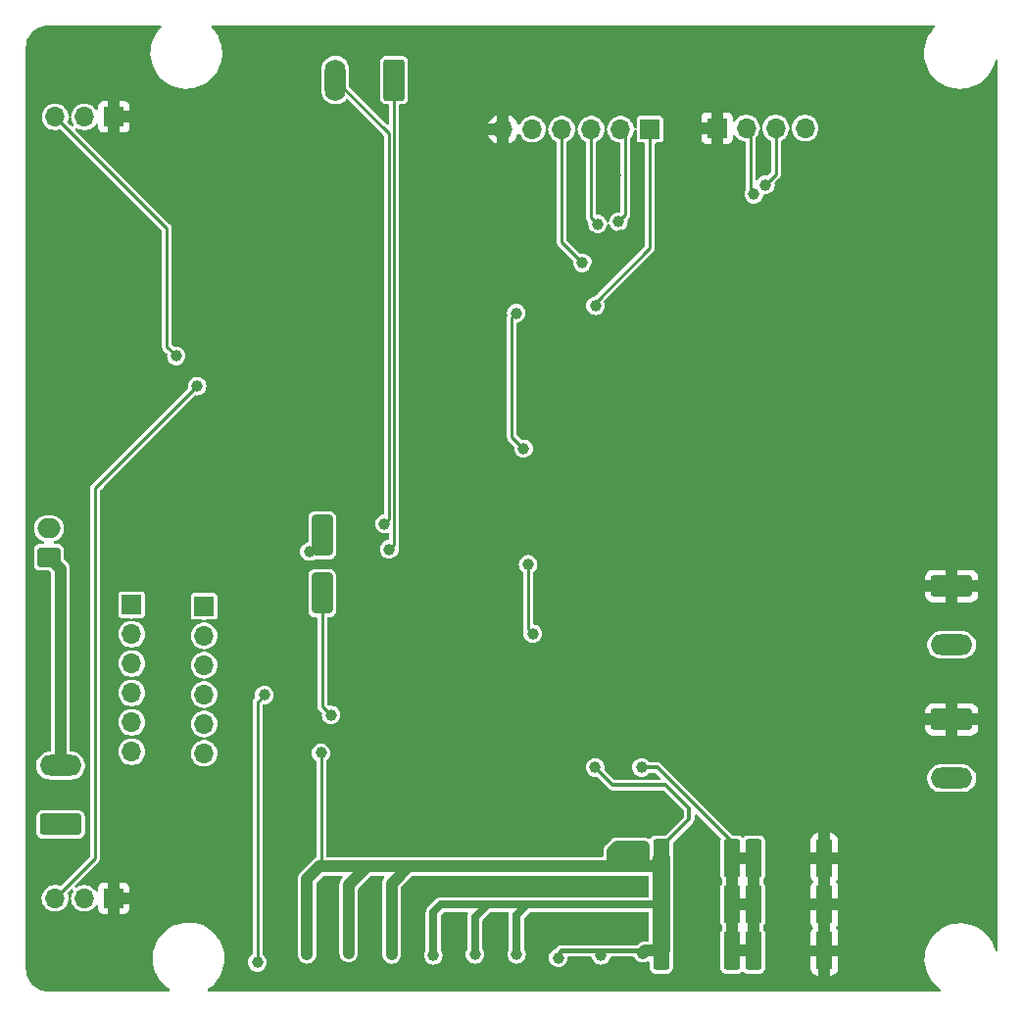
<source format=gbr>
%TF.GenerationSoftware,KiCad,Pcbnew,7.0.9*%
%TF.CreationDate,2024-06-22T09:01:39+05:30*%
%TF.ProjectId,BMS_LV_ADDON,424d535f-4c56-45f4-9144-444f4e2e6b69,rev?*%
%TF.SameCoordinates,Original*%
%TF.FileFunction,Copper,L2,Bot*%
%TF.FilePolarity,Positive*%
%FSLAX46Y46*%
G04 Gerber Fmt 4.6, Leading zero omitted, Abs format (unit mm)*
G04 Created by KiCad (PCBNEW 7.0.9) date 2024-06-22 09:01:39*
%MOMM*%
%LPD*%
G01*
G04 APERTURE LIST*
G04 Aperture macros list*
%AMRoundRect*
0 Rectangle with rounded corners*
0 $1 Rounding radius*
0 $2 $3 $4 $5 $6 $7 $8 $9 X,Y pos of 4 corners*
0 Add a 4 corners polygon primitive as box body*
4,1,4,$2,$3,$4,$5,$6,$7,$8,$9,$2,$3,0*
0 Add four circle primitives for the rounded corners*
1,1,$1+$1,$2,$3*
1,1,$1+$1,$4,$5*
1,1,$1+$1,$6,$7*
1,1,$1+$1,$8,$9*
0 Add four rect primitives between the rounded corners*
20,1,$1+$1,$2,$3,$4,$5,0*
20,1,$1+$1,$4,$5,$6,$7,0*
20,1,$1+$1,$6,$7,$8,$9,0*
20,1,$1+$1,$8,$9,$2,$3,0*%
G04 Aperture macros list end*
%TA.AperFunction,ComponentPad*%
%ADD10R,1.700000X1.700000*%
%TD*%
%TA.AperFunction,ComponentPad*%
%ADD11O,1.700000X1.700000*%
%TD*%
%TA.AperFunction,SMDPad,CuDef*%
%ADD12RoundRect,0.250000X-0.650000X1.500000X-0.650000X-1.500000X0.650000X-1.500000X0.650000X1.500000X0*%
%TD*%
%TA.AperFunction,ComponentPad*%
%ADD13RoundRect,0.250000X0.750000X-0.600000X0.750000X0.600000X-0.750000X0.600000X-0.750000X-0.600000X0*%
%TD*%
%TA.AperFunction,ComponentPad*%
%ADD14O,2.000000X1.700000*%
%TD*%
%TA.AperFunction,ComponentPad*%
%ADD15RoundRect,0.250000X1.550000X-0.650000X1.550000X0.650000X-1.550000X0.650000X-1.550000X-0.650000X0*%
%TD*%
%TA.AperFunction,ComponentPad*%
%ADD16O,3.600000X1.800000*%
%TD*%
%TA.AperFunction,ComponentPad*%
%ADD17RoundRect,0.250000X0.650000X1.550000X-0.650000X1.550000X-0.650000X-1.550000X0.650000X-1.550000X0*%
%TD*%
%TA.AperFunction,ComponentPad*%
%ADD18O,1.800000X3.600000*%
%TD*%
%TA.AperFunction,ComponentPad*%
%ADD19RoundRect,0.250000X-1.550000X0.650000X-1.550000X-0.650000X1.550000X-0.650000X1.550000X0.650000X0*%
%TD*%
%TA.AperFunction,SMDPad,CuDef*%
%ADD20RoundRect,0.249999X0.450001X1.425001X-0.450001X1.425001X-0.450001X-1.425001X0.450001X-1.425001X0*%
%TD*%
%TA.AperFunction,ViaPad*%
%ADD21C,1.000000*%
%TD*%
%TA.AperFunction,Conductor*%
%ADD22C,0.250000*%
%TD*%
%TA.AperFunction,Conductor*%
%ADD23C,0.300000*%
%TD*%
%TA.AperFunction,Conductor*%
%ADD24C,1.000000*%
%TD*%
%TA.AperFunction,Conductor*%
%ADD25C,1.500000*%
%TD*%
%TA.AperFunction,Conductor*%
%ADD26C,0.700000*%
%TD*%
%TA.AperFunction,Conductor*%
%ADD27C,0.400000*%
%TD*%
G04 APERTURE END LIST*
D10*
%TO.P,J11,1,Pin_1*%
%TO.N,SCK*%
X54925000Y-10000000D03*
D11*
%TO.P,J11,2,Pin_2*%
%TO.N,MOSI*%
X52385000Y-10000000D03*
%TO.P,J11,3,Pin_3*%
%TO.N,MISO*%
X49845000Y-10000000D03*
%TO.P,J11,4,Pin_4*%
%TO.N,NSS*%
X47305000Y-10000000D03*
%TO.P,J11,5,Pin_5*%
%TO.N,CTRL*%
X44765000Y-10000000D03*
%TO.P,J11,6,Pin_6*%
%TO.N,-BATT*%
X42225000Y-10000000D03*
%TD*%
D10*
%TO.P,J10,1,Pin_1*%
%TO.N,-BATT*%
X60720000Y-9900000D03*
D11*
%TO.P,J10,2,Pin_2*%
%TO.N,SWDIO*%
X63260000Y-9900000D03*
%TO.P,J10,3,Pin_3*%
%TO.N,SWCLK*%
X65800000Y-9900000D03*
%TO.P,J10,4,Pin_4*%
%TO.N,+3.3V*%
X68340000Y-9900000D03*
%TD*%
D12*
%TO.P,D4,1,K*%
%TO.N,+15V*%
X26600000Y-45100000D03*
%TO.P,D4,2,A*%
%TO.N,Net-(D4-A)*%
X26600000Y-50100000D03*
%TD*%
D13*
%TO.P,J7,1,Pin_1*%
%TO.N,+BATT*%
X3000000Y-47000000D03*
D14*
%TO.P,J7,2,Pin_2*%
%TO.N,Net-(J7-Pin_2)*%
X3000000Y-44500000D03*
%TD*%
D15*
%TO.P,J9,1,Pin_1*%
%TO.N,Net-(D1-K)*%
X4000000Y-70080000D03*
D16*
%TO.P,J9,2,Pin_2*%
%TO.N,+BATT*%
X4000000Y-65000000D03*
%TD*%
D17*
%TO.P,J8,1,Pin_1*%
%TO.N,Net-(J8-Pin_1)*%
X32822000Y-5740000D03*
D18*
%TO.P,J8,2,Pin_2*%
%TO.N,Net-(J8-Pin_2)*%
X27742000Y-5740000D03*
%TD*%
D19*
%TO.P,J6,1,Pin_1*%
%TO.N,-BATT*%
X81000000Y-49477500D03*
D16*
%TO.P,J6,2,Pin_2*%
%TO.N,+BATT*%
X81000000Y-54557500D03*
%TD*%
D19*
%TO.P,J5,1,Pin_1*%
%TO.N,-BATT*%
X81000000Y-61000000D03*
D16*
%TO.P,J5,2,Pin_2*%
%TO.N,+BATT*%
X81000000Y-66080000D03*
%TD*%
D10*
%TO.P,J3,1,Pin_1*%
%TO.N,-BATT*%
X8600000Y-76450000D03*
D11*
%TO.P,J3,2,Pin_2*%
%TO.N,unconnected-(J3-Pin_2-Pad2)*%
X6060000Y-76450000D03*
%TO.P,J3,3,Pin_3*%
%TO.N,DIN*%
X3520000Y-76450000D03*
%TD*%
D20*
%TO.P,R6,1*%
%TO.N,-BATT*%
X70000000Y-77000000D03*
%TO.P,R6,2*%
%TO.N,SHUNT-*%
X63900000Y-77000000D03*
%TD*%
%TO.P,R5,1*%
%TO.N,-BATT*%
X70000000Y-73000000D03*
%TO.P,R5,2*%
%TO.N,SHUNT-*%
X63900000Y-73000000D03*
%TD*%
D10*
%TO.P,J4,1,Pin_1*%
%TO.N,-BATT*%
X8615000Y-8938000D03*
D11*
%TO.P,J4,2,Pin_2*%
%TO.N,+3.3V*%
X6075000Y-8938000D03*
%TO.P,J4,3,Pin_3*%
%TO.N,DOUT*%
X3535000Y-8938000D03*
%TD*%
D10*
%TO.P,J1,1,Pin_1*%
%TO.N,Net-(J1-Pin_1)*%
X10150000Y-51100000D03*
D11*
%TO.P,J1,2,Pin_2*%
%TO.N,Net-(J1-Pin_2)*%
X10150000Y-53640000D03*
%TO.P,J1,3,Pin_3*%
%TO.N,Net-(J1-Pin_3)*%
X10150000Y-56180000D03*
%TO.P,J1,4,Pin_4*%
%TO.N,Net-(J1-Pin_4)*%
X10150000Y-58720000D03*
%TO.P,J1,5,Pin_5*%
%TO.N,Net-(J1-Pin_5)*%
X10150000Y-61260000D03*
%TO.P,J1,6,Pin_6*%
%TO.N,Net-(J1-Pin_6)*%
X10150000Y-63800000D03*
%TD*%
D20*
%TO.P,R10,1*%
%TO.N,SHUNT-*%
X62000000Y-81000000D03*
%TO.P,R10,2*%
%TO.N,SHUNT+*%
X55900000Y-81000000D03*
%TD*%
%TO.P,R9,1*%
%TO.N,SHUNT-*%
X62000000Y-77000000D03*
%TO.P,R9,2*%
%TO.N,SHUNT+*%
X55900000Y-77000000D03*
%TD*%
%TO.P,R8,1*%
%TO.N,SHUNT-*%
X62000000Y-73000000D03*
%TO.P,R8,2*%
%TO.N,SHUNT+*%
X55900000Y-73000000D03*
%TD*%
%TO.P,R7,1*%
%TO.N,-BATT*%
X70000000Y-81000000D03*
%TO.P,R7,2*%
%TO.N,SHUNT-*%
X63900000Y-81000000D03*
%TD*%
D10*
%TO.P,J2,1,Pin_1*%
%TO.N,Net-(J1-Pin_1)*%
X16400000Y-51230000D03*
D11*
%TO.P,J2,2,Pin_2*%
%TO.N,Net-(J1-Pin_2)*%
X16400000Y-53770000D03*
%TO.P,J2,3,Pin_3*%
%TO.N,Net-(J1-Pin_3)*%
X16400000Y-56310000D03*
%TO.P,J2,4,Pin_4*%
%TO.N,Net-(J1-Pin_4)*%
X16400000Y-58850000D03*
%TO.P,J2,5,Pin_5*%
%TO.N,Net-(J1-Pin_5)*%
X16400000Y-61390000D03*
%TO.P,J2,6,Pin_6*%
%TO.N,Net-(J1-Pin_6)*%
X16400000Y-63930000D03*
%TD*%
D21*
%TO.N,-BATT*%
X65100000Y-16100000D03*
%TO.N,SWDIO*%
X63900000Y-15624500D03*
%TO.N,SWCLK*%
X64900000Y-14800000D03*
%TO.N,-BATT*%
X50200000Y-22000000D03*
X52460209Y-19170939D03*
X49735310Y-19198496D03*
X50116990Y-23916990D03*
%TO.N,SCK*%
X50225500Y-25251160D03*
%TO.N,MOSI*%
X52200000Y-18000000D03*
%TO.N,MISO*%
X50400000Y-18200000D03*
%TO.N,NSS*%
X49086289Y-21554516D03*
%TO.N,-BATT*%
X16600000Y-33200000D03*
X13800000Y-31000000D03*
%TO.N,DOUT*%
X14000000Y-29600000D03*
%TO.N,DIN*%
X15800000Y-32200000D03*
%TO.N,-BATT*%
X53800000Y-28800000D03*
%TO.N,A0*%
X43376095Y-25891257D03*
X44000000Y-37600000D03*
%TO.N,-BATT*%
X57800000Y-30400000D03*
X51900000Y-14000000D03*
X62400000Y-18400000D03*
X44400000Y-27800000D03*
X44200000Y-24200000D03*
X59000000Y-32200000D03*
X49800000Y-40800000D03*
X47600000Y-42600000D03*
%TO.N,Net-(R28-Pad2)*%
X44800000Y-53600000D03*
X44400000Y-47600000D03*
%TO.N,-BATT*%
X44800000Y-63800000D03*
X47800000Y-63800000D03*
%TO.N,SHUNT-*%
X54200000Y-65150500D03*
%TO.N,SHUNT+*%
X50200000Y-65150500D03*
%TO.N,-BATT*%
X56500000Y-51032500D03*
X22200000Y-26900000D03*
X12000000Y-21000000D03*
X7000000Y-18700000D03*
X8300000Y-21400000D03*
X5700000Y-18700000D03*
X5700000Y-22700000D03*
X8200000Y-20000000D03*
X7000000Y-22700000D03*
X7000000Y-21300000D03*
X5700000Y-21300000D03*
X8300000Y-22700000D03*
X7000000Y-20000000D03*
X8200000Y-18700000D03*
X5700000Y-20000000D03*
%TO.N,SHUNT+*%
X52100000Y-72000000D03*
X54400000Y-72000000D03*
X53200000Y-72000000D03*
%TO.N,+15V*%
X25500000Y-46500000D03*
%TO.N,Net-(D4-A)*%
X27373240Y-60626760D03*
%TO.N,Net-(J8-Pin_2)*%
X31997500Y-44100000D03*
%TO.N,Net-(J8-Pin_1)*%
X32400000Y-46300000D03*
%TO.N,-BATT*%
X29500000Y-62300000D03*
X19500000Y-57700000D03*
X22300000Y-61500000D03*
%TO.N,SHUNT+*%
X26500000Y-63900000D03*
%TO.N,-BATT*%
X21117500Y-57000000D03*
%TO.N,Gate*%
X21600000Y-58900000D03*
X21000000Y-82000000D03*
%TO.N,-BATT*%
X7900000Y-30300000D03*
X7900000Y-31600000D03*
X8000000Y-33000000D03*
X8000000Y-34300000D03*
X6700000Y-34300000D03*
X6700000Y-32900000D03*
X6700000Y-31600000D03*
X6700000Y-30300000D03*
X5400000Y-30300000D03*
X5400000Y-31600000D03*
X5400000Y-32900000D03*
X5400000Y-34300000D03*
%TO.N,SHUNT+*%
X54300000Y-81200000D03*
X50700000Y-81400000D03*
X47000000Y-81600000D03*
X43400000Y-81300000D03*
X39800000Y-81300000D03*
X36200000Y-81400000D03*
X32600000Y-81300000D03*
X28900000Y-81200000D03*
X25300000Y-81300000D03*
%TD*%
D22*
%TO.N,SWDIO*%
X63600000Y-10340000D02*
X63260000Y-10000000D01*
X63600000Y-15324500D02*
X63600000Y-10340000D01*
X63900000Y-15624500D02*
X63600000Y-15324500D01*
%TO.N,SWCLK*%
X65800000Y-13900000D02*
X65800000Y-10000000D01*
X64900000Y-14800000D02*
X65800000Y-13900000D01*
%TO.N,NSS*%
X47305000Y-19773227D02*
X47305000Y-10000000D01*
X49086289Y-21554516D02*
X47305000Y-19773227D01*
%TO.N,SCK*%
X50225500Y-24974500D02*
X54925000Y-20275000D01*
X50225500Y-25251160D02*
X50225500Y-24974500D01*
X54925000Y-20275000D02*
X54925000Y-10000000D01*
%TO.N,MOSI*%
X52825000Y-17375000D02*
X52825000Y-10440000D01*
X52200000Y-18000000D02*
X52825000Y-17375000D01*
X52825000Y-10440000D02*
X52385000Y-10000000D01*
%TO.N,MISO*%
X49845000Y-17645000D02*
X49845000Y-10000000D01*
X50400000Y-18200000D02*
X49845000Y-17645000D01*
%TO.N,DOUT*%
X13200000Y-18603000D02*
X3535000Y-8938000D01*
X13200000Y-28800000D02*
X13200000Y-18603000D01*
X14000000Y-29600000D02*
X13200000Y-28800000D01*
%TO.N,DIN*%
X7000000Y-72200000D02*
X7000000Y-41000000D01*
X7000000Y-41000000D02*
X7400000Y-40600000D01*
X7000000Y-72970000D02*
X7000000Y-72200000D01*
X7400000Y-40600000D02*
X15800000Y-32200000D01*
X3520000Y-76450000D02*
X7000000Y-72970000D01*
%TO.N,A0*%
X43000000Y-26267352D02*
X43376095Y-25891257D01*
X44000000Y-37600000D02*
X43000000Y-36600000D01*
X43000000Y-36600000D02*
X43000000Y-26267352D01*
%TO.N,Net-(R28-Pad2)*%
X44400000Y-53200000D02*
X44400000Y-47600000D01*
X44800000Y-53600000D02*
X44400000Y-53200000D01*
D23*
%TO.N,SHUNT-*%
X62000000Y-71600000D02*
X55550500Y-65150500D01*
X55550500Y-65150500D02*
X54200000Y-65150500D01*
X62000000Y-72025000D02*
X62000000Y-71600000D01*
%TO.N,SHUNT+*%
X51724500Y-66675000D02*
X50200000Y-65150500D01*
X52800000Y-66675000D02*
X51724500Y-66675000D01*
X56286090Y-66675000D02*
X52800000Y-66675000D01*
X58325000Y-68713910D02*
X56286090Y-66675000D01*
X58325000Y-69600000D02*
X58325000Y-68713910D01*
X55900000Y-72025000D02*
X58325000Y-69600000D01*
D24*
%TO.N,SHUNT-*%
X62000000Y-73000000D02*
X62000000Y-72025000D01*
%TO.N,SHUNT+*%
X55900000Y-73000000D02*
X55900000Y-72025000D01*
D25*
X55900000Y-81000000D02*
X55900000Y-73000000D01*
D24*
X51700000Y-72400000D02*
X51700000Y-73699999D01*
X52100000Y-72000000D02*
X51700000Y-72400000D01*
X52100000Y-72000000D02*
X53200000Y-72000000D01*
X54400000Y-73599999D02*
X54500000Y-73699999D01*
X54400000Y-72000000D02*
X54400000Y-73599999D01*
X54500000Y-73699999D02*
X55200001Y-73699999D01*
X53800000Y-73699999D02*
X54500000Y-73699999D01*
X52800000Y-72900000D02*
X52649999Y-72749999D01*
X53900000Y-72900000D02*
X52800000Y-72900000D01*
X52649999Y-72749999D02*
X53200000Y-72199999D01*
X53900000Y-72900000D02*
X53900000Y-73599999D01*
X51700000Y-73699999D02*
X52649999Y-72749999D01*
X53900000Y-72000000D02*
X53900000Y-72900000D01*
X53900000Y-73599999D02*
X53800000Y-73699999D01*
X51700000Y-73699999D02*
X53800000Y-73699999D01*
X53900000Y-72000000D02*
X54400000Y-72000000D01*
X53200000Y-72000000D02*
X53900000Y-72000000D01*
X53200000Y-72199999D02*
X53200000Y-72000000D01*
X34100000Y-73700000D02*
X51700000Y-73699999D01*
D22*
%TO.N,+15V*%
X26600000Y-45400000D02*
X25500000Y-46500000D01*
X26600000Y-45100000D02*
X26600000Y-45400000D01*
%TO.N,Net-(D4-A)*%
X26600000Y-59853520D02*
X27373240Y-60626760D01*
X26600000Y-50100000D02*
X26600000Y-59853520D01*
%TO.N,Net-(J8-Pin_2)*%
X32372000Y-43725500D02*
X31997500Y-44100000D01*
X32372000Y-10370000D02*
X32372000Y-43725500D01*
X27742000Y-5740000D02*
X32372000Y-10370000D01*
%TO.N,Net-(J8-Pin_1)*%
X32822000Y-45878000D02*
X32400000Y-46300000D01*
X32822000Y-5740000D02*
X32822000Y-45878000D01*
%TO.N,Gate*%
X21600000Y-58900000D02*
X21000000Y-59500000D01*
X21000000Y-59500000D02*
X21000000Y-82000000D01*
%TO.N,SHUNT+*%
X26500000Y-73600000D02*
X26400000Y-73700000D01*
X26500000Y-63900000D02*
X26500000Y-73600000D01*
D24*
%TO.N,+BATT*%
X4000000Y-48000000D02*
X3000000Y-47000000D01*
X4000000Y-65000000D02*
X4000000Y-48000000D01*
%TO.N,SHUNT+*%
X26400000Y-73700000D02*
X30500000Y-73700000D01*
X25300000Y-74800000D02*
X26400000Y-73700000D01*
X25300000Y-81300000D02*
X25300000Y-74800000D01*
X28900000Y-81200000D02*
X28900000Y-75300000D01*
X28900000Y-75300000D02*
X30500000Y-73700000D01*
X32600000Y-81300000D02*
X32600000Y-75200000D01*
X32600000Y-75200000D02*
X34100000Y-73700000D01*
D26*
X43400000Y-81300000D02*
X43400000Y-77900000D01*
X39800000Y-81300000D02*
X39800000Y-78100000D01*
X36200000Y-81400000D02*
X36200000Y-77700000D01*
D27*
X50700000Y-81400000D02*
X50700000Y-81000000D01*
X47300000Y-81000000D02*
X50700000Y-81000000D01*
X47000000Y-81300000D02*
X47300000Y-81000000D01*
X47000000Y-81600000D02*
X47000000Y-81300000D01*
D24*
X55200001Y-73699999D02*
X55900000Y-73000000D01*
D26*
X44300000Y-77000000D02*
X55900000Y-77000000D01*
X40900000Y-77000000D02*
X44300000Y-77000000D01*
D24*
X54300000Y-81200000D02*
X54500000Y-81000000D01*
X54500000Y-81000000D02*
X55900000Y-81000000D01*
D27*
X50700000Y-81000000D02*
X54500000Y-81000000D01*
D26*
X43400000Y-77900000D02*
X44300000Y-77000000D01*
X39800000Y-78100000D02*
X40900000Y-77000000D01*
X36900000Y-77000000D02*
X40900000Y-77000000D01*
X36200000Y-77700000D02*
X36900000Y-77000000D01*
D24*
X30500000Y-73700000D02*
X34100000Y-73700000D01*
%TO.N,SHUNT-*%
X62000000Y-77000000D02*
X63900000Y-77000000D01*
X62000000Y-81000000D02*
X62000000Y-73000000D01*
X63900000Y-81000000D02*
X62000000Y-81000000D01*
X63900000Y-73000000D02*
X63900000Y-81000000D01*
X62000000Y-73000000D02*
X63900000Y-73000000D01*
D22*
%TO.N,+3.3V*%
X6060000Y-8953000D02*
X6075000Y-8938000D01*
%TD*%
%TA.AperFunction,Conductor*%
%TO.N,-BATT*%
G36*
X12641168Y-1019685D02*
G01*
X12686923Y-1072489D01*
X12696867Y-1141647D01*
X12667842Y-1205203D01*
X12657975Y-1215356D01*
X12635901Y-1235615D01*
X12635900Y-1235616D01*
X12403695Y-1503593D01*
X12203555Y-1796288D01*
X12203548Y-1796299D01*
X12038085Y-2109889D01*
X12038075Y-2109911D01*
X11909429Y-2440333D01*
X11819290Y-2783260D01*
X11768828Y-3134233D01*
X11768826Y-3134253D01*
X11758700Y-3488671D01*
X11758700Y-3488678D01*
X11789044Y-3841961D01*
X11789047Y-3841983D01*
X11859459Y-4189479D01*
X11859465Y-4189501D01*
X11969038Y-4526729D01*
X12116333Y-4849261D01*
X12116338Y-4849271D01*
X12299434Y-5152901D01*
X12299438Y-5152906D01*
X12299443Y-5152915D01*
X12299448Y-5152921D01*
X12515963Y-5433704D01*
X12515975Y-5433718D01*
X12763086Y-5687988D01*
X12763095Y-5687997D01*
X13037595Y-5912455D01*
X13037597Y-5912456D01*
X13335875Y-6104150D01*
X13335881Y-6104153D01*
X13335883Y-6104154D01*
X13335891Y-6104159D01*
X13654096Y-6260609D01*
X13988061Y-6379768D01*
X14333432Y-6460080D01*
X14619953Y-6492955D01*
X14685705Y-6500500D01*
X14685707Y-6500500D01*
X14951578Y-6500500D01*
X15040053Y-6495440D01*
X15217008Y-6485322D01*
X15566400Y-6424857D01*
X15906623Y-6324959D01*
X16233241Y-6186929D01*
X16541995Y-6012568D01*
X16828861Y-5804147D01*
X17090099Y-5564385D01*
X17322304Y-5296407D01*
X17522448Y-5003706D01*
X17687921Y-4690098D01*
X17816568Y-4359672D01*
X17861301Y-4189492D01*
X17895749Y-4058436D01*
X17906710Y-4016736D01*
X17957173Y-3665759D01*
X17967299Y-3311317D01*
X17936955Y-2958032D01*
X17936952Y-2958016D01*
X17866540Y-2610520D01*
X17866534Y-2610498D01*
X17838521Y-2524285D01*
X17756964Y-2273277D01*
X17682357Y-2109911D01*
X17609666Y-1950738D01*
X17609661Y-1950728D01*
X17426565Y-1647098D01*
X17426563Y-1647096D01*
X17426557Y-1647085D01*
X17300179Y-1483195D01*
X17210036Y-1366295D01*
X17210024Y-1366281D01*
X17058551Y-1210420D01*
X17025945Y-1148625D01*
X17031924Y-1079012D01*
X17074589Y-1023682D01*
X17140396Y-1000202D01*
X17147475Y-1000000D01*
X79431129Y-1000000D01*
X79498168Y-1019685D01*
X79543923Y-1072489D01*
X79553867Y-1141647D01*
X79524842Y-1205203D01*
X79514975Y-1215356D01*
X79492901Y-1235615D01*
X79492900Y-1235616D01*
X79260695Y-1503593D01*
X79060555Y-1796288D01*
X79060548Y-1796299D01*
X78895085Y-2109889D01*
X78895075Y-2109911D01*
X78766429Y-2440333D01*
X78676290Y-2783260D01*
X78625828Y-3134233D01*
X78625826Y-3134253D01*
X78615700Y-3488671D01*
X78615700Y-3488678D01*
X78646044Y-3841961D01*
X78646047Y-3841983D01*
X78716459Y-4189479D01*
X78716465Y-4189501D01*
X78826038Y-4526729D01*
X78973333Y-4849261D01*
X78973338Y-4849271D01*
X79156434Y-5152901D01*
X79156438Y-5152906D01*
X79156443Y-5152915D01*
X79156448Y-5152921D01*
X79372963Y-5433704D01*
X79372975Y-5433718D01*
X79620086Y-5687988D01*
X79620095Y-5687997D01*
X79894595Y-5912455D01*
X79894597Y-5912456D01*
X80192875Y-6104150D01*
X80192881Y-6104153D01*
X80192883Y-6104154D01*
X80192891Y-6104159D01*
X80511096Y-6260609D01*
X80845061Y-6379768D01*
X81190432Y-6460080D01*
X81476953Y-6492955D01*
X81542705Y-6500500D01*
X81542707Y-6500500D01*
X81808578Y-6500500D01*
X81897053Y-6495440D01*
X82074008Y-6485322D01*
X82423400Y-6424857D01*
X82763623Y-6324959D01*
X83090241Y-6186929D01*
X83398995Y-6012568D01*
X83685861Y-5804147D01*
X83947099Y-5564385D01*
X84179304Y-5296407D01*
X84379448Y-5003706D01*
X84544921Y-4690098D01*
X84673568Y-4359672D01*
X84714143Y-4205311D01*
X84755574Y-4047690D01*
X84791654Y-3987857D01*
X84854355Y-3957029D01*
X84923769Y-3964994D01*
X84977858Y-4009222D01*
X84999449Y-4075672D01*
X84999500Y-4079213D01*
X84999500Y-80908017D01*
X84979815Y-80975056D01*
X84927011Y-81020811D01*
X84857853Y-81030755D01*
X84794297Y-81001730D01*
X84756523Y-80942952D01*
X84753970Y-80932644D01*
X84753538Y-80930514D01*
X84753537Y-80930508D01*
X84643964Y-80593277D01*
X84627033Y-80556204D01*
X84496666Y-80270738D01*
X84496661Y-80270728D01*
X84313565Y-79967098D01*
X84313563Y-79967096D01*
X84313557Y-79967085D01*
X84156641Y-79763593D01*
X84097036Y-79686295D01*
X84097024Y-79686281D01*
X83849913Y-79432011D01*
X83849910Y-79432008D01*
X83849905Y-79432003D01*
X83838042Y-79422303D01*
X83707860Y-79315853D01*
X83575405Y-79207545D01*
X83552756Y-79192989D01*
X83277124Y-79015849D01*
X83277118Y-79015846D01*
X83277112Y-79015843D01*
X83277109Y-79015841D01*
X82958904Y-78859391D01*
X82958900Y-78859389D01*
X82958899Y-78859389D01*
X82624940Y-78740232D01*
X82366917Y-78680232D01*
X82279568Y-78659920D01*
X82162143Y-78646446D01*
X81927295Y-78619500D01*
X81927293Y-78619500D01*
X81661424Y-78619500D01*
X81661422Y-78619500D01*
X81395995Y-78634677D01*
X81046608Y-78695141D01*
X81046591Y-78695145D01*
X80706380Y-78795040D01*
X80706377Y-78795041D01*
X80521736Y-78873071D01*
X80379766Y-78933068D01*
X80379761Y-78933070D01*
X80071005Y-79107431D01*
X80071002Y-79107433D01*
X79784138Y-79315853D01*
X79522901Y-79555615D01*
X79522900Y-79555616D01*
X79290695Y-79823593D01*
X79090555Y-80116288D01*
X79090548Y-80116299D01*
X78925085Y-80429889D01*
X78925075Y-80429911D01*
X78796429Y-80760333D01*
X78706290Y-81103260D01*
X78655828Y-81454233D01*
X78655826Y-81454253D01*
X78645700Y-81808671D01*
X78645700Y-81808678D01*
X78676044Y-82161961D01*
X78676047Y-82161983D01*
X78746459Y-82509479D01*
X78746465Y-82509501D01*
X78856038Y-82846729D01*
X79003333Y-83169261D01*
X79003338Y-83169271D01*
X79186434Y-83472901D01*
X79186438Y-83472906D01*
X79186443Y-83472915D01*
X79186448Y-83472921D01*
X79402963Y-83753704D01*
X79402975Y-83753718D01*
X79591784Y-83947997D01*
X79650095Y-84007997D01*
X79924595Y-84232455D01*
X79985637Y-84271685D01*
X80031392Y-84324488D01*
X80041336Y-84393647D01*
X80012311Y-84457203D01*
X79953533Y-84494977D01*
X79918598Y-84500000D01*
X16807409Y-84500000D01*
X16740370Y-84480315D01*
X16694615Y-84427511D01*
X16684671Y-84358353D01*
X16713696Y-84294797D01*
X16736445Y-84275085D01*
X16736129Y-84274650D01*
X16740210Y-84271685D01*
X17025861Y-84064147D01*
X17287099Y-83824385D01*
X17519304Y-83556407D01*
X17719448Y-83263706D01*
X17884921Y-82950098D01*
X18013568Y-82619672D01*
X18024602Y-82577697D01*
X18103709Y-82276739D01*
X18103710Y-82276736D01*
X18143498Y-82000003D01*
X20194435Y-82000003D01*
X20214630Y-82179249D01*
X20214631Y-82179254D01*
X20274211Y-82349523D01*
X20367372Y-82497786D01*
X20370184Y-82502262D01*
X20497738Y-82629816D01*
X20650478Y-82725789D01*
X20763940Y-82765491D01*
X20820745Y-82785368D01*
X20820750Y-82785369D01*
X20999996Y-82805565D01*
X21000000Y-82805565D01*
X21000004Y-82805565D01*
X21179249Y-82785369D01*
X21179252Y-82785368D01*
X21179255Y-82785368D01*
X21349522Y-82725789D01*
X21502262Y-82629816D01*
X21629816Y-82502262D01*
X21725789Y-82349522D01*
X21785368Y-82179255D01*
X21791392Y-82125789D01*
X21805565Y-82000003D01*
X21805565Y-81999996D01*
X21785369Y-81820750D01*
X21785368Y-81820745D01*
X21781143Y-81808671D01*
X21725789Y-81650478D01*
X21725188Y-81649522D01*
X21662354Y-81549522D01*
X21629816Y-81497738D01*
X21502262Y-81370184D01*
X21497255Y-81367038D01*
X21483525Y-81358410D01*
X21437235Y-81306074D01*
X21435882Y-81300003D01*
X24494435Y-81300003D01*
X24514630Y-81479249D01*
X24514631Y-81479254D01*
X24574211Y-81649523D01*
X24636515Y-81748678D01*
X24670184Y-81802262D01*
X24797738Y-81929816D01*
X24862370Y-81970427D01*
X24910851Y-82000890D01*
X24950478Y-82025789D01*
X24961984Y-82029815D01*
X25120745Y-82085368D01*
X25120750Y-82085369D01*
X25299996Y-82105565D01*
X25300000Y-82105565D01*
X25300004Y-82105565D01*
X25479249Y-82085369D01*
X25479252Y-82085368D01*
X25479255Y-82085368D01*
X25649522Y-82025789D01*
X25802262Y-81929816D01*
X25929816Y-81802262D01*
X26025789Y-81649522D01*
X26085368Y-81479255D01*
X26088185Y-81454253D01*
X26105565Y-81300003D01*
X26105565Y-81299998D01*
X26103090Y-81278032D01*
X26100889Y-81258502D01*
X26100500Y-81251564D01*
X26100500Y-75182940D01*
X26120185Y-75115901D01*
X26136819Y-75095259D01*
X26695259Y-74536819D01*
X26756582Y-74503334D01*
X26782940Y-74500500D01*
X28268060Y-74500500D01*
X28335099Y-74520185D01*
X28380854Y-74572989D01*
X28390798Y-74642147D01*
X28361773Y-74705703D01*
X28355741Y-74712181D01*
X28270186Y-74797735D01*
X28270183Y-74797739D01*
X28247966Y-74833096D01*
X28243941Y-74838769D01*
X28217910Y-74871410D01*
X28199791Y-74909033D01*
X28196427Y-74915120D01*
X28174212Y-74950476D01*
X28174208Y-74950483D01*
X28160416Y-74989895D01*
X28157755Y-74996320D01*
X28139639Y-75033939D01*
X28130344Y-75074659D01*
X28128419Y-75081341D01*
X28114632Y-75120744D01*
X28109955Y-75162235D01*
X28108791Y-75169089D01*
X28099500Y-75209806D01*
X28099500Y-81151564D01*
X28099110Y-81158502D01*
X28095854Y-81187400D01*
X28094435Y-81199998D01*
X28094435Y-81200003D01*
X28114630Y-81379249D01*
X28114631Y-81379254D01*
X28174211Y-81549523D01*
X28270182Y-81702259D01*
X28270184Y-81702262D01*
X28397738Y-81829816D01*
X28468144Y-81874055D01*
X28550409Y-81925746D01*
X28550478Y-81925789D01*
X28720742Y-81985367D01*
X28720745Y-81985368D01*
X28720750Y-81985369D01*
X28899996Y-82005565D01*
X28900000Y-82005565D01*
X28900004Y-82005565D01*
X29079249Y-81985369D01*
X29079252Y-81985368D01*
X29079255Y-81985368D01*
X29249522Y-81925789D01*
X29402262Y-81829816D01*
X29529816Y-81702262D01*
X29625789Y-81549522D01*
X29685368Y-81379255D01*
X29687717Y-81358410D01*
X29705565Y-81200003D01*
X29705565Y-81199998D01*
X29704145Y-81187400D01*
X29700889Y-81158502D01*
X29700500Y-81151564D01*
X29700500Y-75682939D01*
X29720185Y-75615900D01*
X29736819Y-75595258D01*
X30795258Y-74536819D01*
X30856581Y-74503334D01*
X30882939Y-74500500D01*
X31869988Y-74500500D01*
X31937027Y-74520185D01*
X31982782Y-74572989D01*
X31992726Y-74642147D01*
X31971806Y-74690535D01*
X31973888Y-74691844D01*
X31947966Y-74733096D01*
X31943941Y-74738769D01*
X31917910Y-74771410D01*
X31899791Y-74809033D01*
X31896427Y-74815120D01*
X31874212Y-74850476D01*
X31874208Y-74850483D01*
X31860416Y-74889895D01*
X31857755Y-74896320D01*
X31839639Y-74933939D01*
X31830344Y-74974659D01*
X31828419Y-74981341D01*
X31814632Y-75020744D01*
X31809955Y-75062235D01*
X31808791Y-75069089D01*
X31799500Y-75109806D01*
X31799500Y-81251564D01*
X31799110Y-81258502D01*
X31796910Y-81278032D01*
X31794435Y-81299998D01*
X31794435Y-81300003D01*
X31814630Y-81479249D01*
X31814631Y-81479254D01*
X31874211Y-81649523D01*
X31936515Y-81748678D01*
X31970184Y-81802262D01*
X32097738Y-81929816D01*
X32162370Y-81970427D01*
X32210851Y-82000890D01*
X32250478Y-82025789D01*
X32261984Y-82029815D01*
X32420745Y-82085368D01*
X32420750Y-82085369D01*
X32599996Y-82105565D01*
X32600000Y-82105565D01*
X32600004Y-82105565D01*
X32779249Y-82085369D01*
X32779252Y-82085368D01*
X32779255Y-82085368D01*
X32949522Y-82025789D01*
X33102262Y-81929816D01*
X33229816Y-81802262D01*
X33325789Y-81649522D01*
X33385368Y-81479255D01*
X33388185Y-81454253D01*
X33405565Y-81300003D01*
X33405565Y-81299998D01*
X33403090Y-81278032D01*
X33400889Y-81258502D01*
X33400500Y-81251564D01*
X33400500Y-75582939D01*
X33420185Y-75515900D01*
X33436814Y-75495262D01*
X34395259Y-74536817D01*
X34456582Y-74503333D01*
X34482940Y-74500499D01*
X51651564Y-74500499D01*
X51658502Y-74500888D01*
X51687400Y-74504144D01*
X51699998Y-74505564D01*
X51700000Y-74505564D01*
X51700002Y-74505564D01*
X51712599Y-74504144D01*
X51741497Y-74500888D01*
X51748436Y-74500499D01*
X53709806Y-74500499D01*
X53755046Y-74500499D01*
X54409805Y-74500499D01*
X54455046Y-74500499D01*
X54725500Y-74500499D01*
X54792539Y-74520184D01*
X54838294Y-74572988D01*
X54849500Y-74624499D01*
X54849500Y-76225500D01*
X54829815Y-76292539D01*
X54777011Y-76338294D01*
X54725500Y-76349500D01*
X44385504Y-76349500D01*
X44369493Y-76347732D01*
X44369471Y-76347974D01*
X44361704Y-76347240D01*
X44361703Y-76347240D01*
X44289796Y-76349500D01*
X40985505Y-76349500D01*
X40969494Y-76347732D01*
X40969472Y-76347974D01*
X40961705Y-76347240D01*
X40961704Y-76347240D01*
X40889797Y-76349500D01*
X36985504Y-76349500D01*
X36969493Y-76347732D01*
X36969471Y-76347974D01*
X36961704Y-76347240D01*
X36961703Y-76347240D01*
X36889796Y-76349500D01*
X36859075Y-76349500D01*
X36859071Y-76349500D01*
X36859061Y-76349501D01*
X36851793Y-76350419D01*
X36845976Y-76350876D01*
X36797435Y-76352402D01*
X36797424Y-76352404D01*
X36777048Y-76358323D01*
X36758008Y-76362266D01*
X36736947Y-76364927D01*
X36736939Y-76364929D01*
X36691775Y-76382811D01*
X36686247Y-76384703D01*
X36639602Y-76398255D01*
X36621332Y-76409060D01*
X36603863Y-76417618D01*
X36584128Y-76425432D01*
X36584126Y-76425433D01*
X36544839Y-76453977D01*
X36539956Y-76457184D01*
X36498132Y-76481919D01*
X36483126Y-76496926D01*
X36468336Y-76509558D01*
X36451167Y-76522032D01*
X36451165Y-76522034D01*
X36420194Y-76559470D01*
X36416262Y-76563791D01*
X35800483Y-77179569D01*
X35787910Y-77189643D01*
X35788065Y-77189830D01*
X35782059Y-77194798D01*
X35757434Y-77221021D01*
X35732809Y-77247244D01*
X35721949Y-77258104D01*
X35711088Y-77268965D01*
X35711078Y-77268977D01*
X35706587Y-77274765D01*
X35702801Y-77279197D01*
X35669552Y-77314606D01*
X35659322Y-77333213D01*
X35648646Y-77349464D01*
X35635640Y-77366232D01*
X35635636Y-77366238D01*
X35616348Y-77410811D01*
X35613777Y-77416058D01*
X35590372Y-77458630D01*
X35590372Y-77458631D01*
X35585091Y-77479199D01*
X35578791Y-77497601D01*
X35570364Y-77517073D01*
X35562766Y-77565047D01*
X35561581Y-77570770D01*
X35549500Y-77617818D01*
X35549500Y-77639044D01*
X35547973Y-77658444D01*
X35544653Y-77679403D01*
X35549225Y-77727767D01*
X35549500Y-77733606D01*
X35549500Y-80894931D01*
X35530494Y-80960903D01*
X35474211Y-81050477D01*
X35474209Y-81050481D01*
X35414633Y-81220737D01*
X35414630Y-81220750D01*
X35394435Y-81399996D01*
X35394435Y-81400003D01*
X35414630Y-81579249D01*
X35414631Y-81579254D01*
X35474211Y-81749523D01*
X35539787Y-81853886D01*
X35570184Y-81902262D01*
X35697738Y-82029816D01*
X35850478Y-82125789D01*
X35953852Y-82161961D01*
X36020745Y-82185368D01*
X36020750Y-82185369D01*
X36199996Y-82205565D01*
X36200000Y-82205565D01*
X36200004Y-82205565D01*
X36379249Y-82185369D01*
X36379252Y-82185368D01*
X36379255Y-82185368D01*
X36549522Y-82125789D01*
X36702262Y-82029816D01*
X36829816Y-81902262D01*
X36925789Y-81749522D01*
X36985368Y-81579255D01*
X36986261Y-81571328D01*
X37005565Y-81400003D01*
X37005565Y-81399996D01*
X36985369Y-81220750D01*
X36985366Y-81220737D01*
X36925790Y-81050481D01*
X36925789Y-81050478D01*
X36895159Y-81001730D01*
X36869506Y-80960903D01*
X36850500Y-80894931D01*
X36850500Y-78020808D01*
X36870185Y-77953769D01*
X36886819Y-77933127D01*
X37133127Y-77686819D01*
X37194450Y-77653334D01*
X37220808Y-77650500D01*
X39095121Y-77650500D01*
X39162160Y-77670185D01*
X39207915Y-77722989D01*
X39217859Y-77792147D01*
X39203784Y-77834236D01*
X39190372Y-77858632D01*
X39185091Y-77879199D01*
X39178791Y-77897601D01*
X39170364Y-77917073D01*
X39162766Y-77965047D01*
X39161581Y-77970770D01*
X39149500Y-78017818D01*
X39149500Y-78039044D01*
X39147973Y-78058444D01*
X39144653Y-78079403D01*
X39149225Y-78127767D01*
X39149500Y-78133606D01*
X39149500Y-80794931D01*
X39130494Y-80860903D01*
X39074211Y-80950477D01*
X39074209Y-80950481D01*
X39014633Y-81120737D01*
X39014630Y-81120750D01*
X38994435Y-81299996D01*
X38994435Y-81300003D01*
X39014630Y-81479249D01*
X39014631Y-81479254D01*
X39074211Y-81649523D01*
X39136515Y-81748678D01*
X39170184Y-81802262D01*
X39297738Y-81929816D01*
X39362370Y-81970427D01*
X39410851Y-82000890D01*
X39450478Y-82025789D01*
X39461984Y-82029815D01*
X39620745Y-82085368D01*
X39620750Y-82085369D01*
X39799996Y-82105565D01*
X39800000Y-82105565D01*
X39800004Y-82105565D01*
X39979249Y-82085369D01*
X39979252Y-82085368D01*
X39979255Y-82085368D01*
X40149522Y-82025789D01*
X40302262Y-81929816D01*
X40429816Y-81802262D01*
X40525789Y-81649522D01*
X40585368Y-81479255D01*
X40588185Y-81454253D01*
X40605565Y-81300003D01*
X40605565Y-81299996D01*
X40585369Y-81120750D01*
X40585366Y-81120737D01*
X40525790Y-80950481D01*
X40525789Y-80950478D01*
X40477868Y-80874212D01*
X40469506Y-80860903D01*
X40450500Y-80794931D01*
X40450500Y-78420808D01*
X40470185Y-78353769D01*
X40486819Y-78333127D01*
X41133127Y-77686819D01*
X41194450Y-77653334D01*
X41220808Y-77650500D01*
X42632601Y-77650500D01*
X42699640Y-77670185D01*
X42745395Y-77722989D01*
X42755339Y-77792147D01*
X42752705Y-77805338D01*
X42749500Y-77817817D01*
X42749500Y-77839044D01*
X42747973Y-77858444D01*
X42744653Y-77879403D01*
X42749225Y-77927767D01*
X42749500Y-77933606D01*
X42749500Y-80794931D01*
X42730494Y-80860903D01*
X42674211Y-80950477D01*
X42674209Y-80950481D01*
X42614633Y-81120737D01*
X42614630Y-81120750D01*
X42594435Y-81299996D01*
X42594435Y-81300003D01*
X42614630Y-81479249D01*
X42614631Y-81479254D01*
X42674211Y-81649523D01*
X42736515Y-81748678D01*
X42770184Y-81802262D01*
X42897738Y-81929816D01*
X42962370Y-81970427D01*
X43010851Y-82000890D01*
X43050478Y-82025789D01*
X43061984Y-82029815D01*
X43220745Y-82085368D01*
X43220750Y-82085369D01*
X43399996Y-82105565D01*
X43400000Y-82105565D01*
X43400004Y-82105565D01*
X43579249Y-82085369D01*
X43579252Y-82085368D01*
X43579255Y-82085368D01*
X43749522Y-82025789D01*
X43902262Y-81929816D01*
X44029816Y-81802262D01*
X44125789Y-81649522D01*
X44185368Y-81479255D01*
X44188185Y-81454253D01*
X44205565Y-81300003D01*
X44205565Y-81299996D01*
X44185369Y-81120750D01*
X44185366Y-81120737D01*
X44125790Y-80950481D01*
X44125789Y-80950478D01*
X44077868Y-80874212D01*
X44069506Y-80860903D01*
X44050500Y-80794931D01*
X44050500Y-78220808D01*
X44070185Y-78153769D01*
X44086819Y-78133127D01*
X44533127Y-77686819D01*
X44594450Y-77653334D01*
X44620808Y-77650500D01*
X54725500Y-77650500D01*
X54792539Y-77670185D01*
X54838294Y-77722989D01*
X54849500Y-77774500D01*
X54849500Y-80075500D01*
X54829815Y-80142539D01*
X54777011Y-80188294D01*
X54725500Y-80199500D01*
X54590195Y-80199500D01*
X54409806Y-80199500D01*
X54403888Y-80200850D01*
X54369089Y-80208791D01*
X54362235Y-80209955D01*
X54320743Y-80214632D01*
X54281339Y-80228419D01*
X54274658Y-80230344D01*
X54233935Y-80239641D01*
X54196308Y-80257759D01*
X54189885Y-80260420D01*
X54150481Y-80274210D01*
X54150475Y-80274212D01*
X54115122Y-80296425D01*
X54109036Y-80299789D01*
X54071416Y-80317906D01*
X54071412Y-80317908D01*
X54038767Y-80343941D01*
X54033095Y-80347966D01*
X53997738Y-80370183D01*
X53951240Y-80416682D01*
X53904739Y-80463182D01*
X53843419Y-80496666D01*
X53817060Y-80499500D01*
X47367143Y-80499500D01*
X47340785Y-80496666D01*
X47336074Y-80495641D01*
X47336070Y-80495641D01*
X47306741Y-80497739D01*
X47284328Y-80499342D01*
X47279906Y-80499500D01*
X47264199Y-80499500D01*
X47248656Y-80501734D01*
X47244260Y-80502207D01*
X47192517Y-80505909D01*
X47192513Y-80505910D01*
X47187986Y-80507598D01*
X47162327Y-80514146D01*
X47157550Y-80514833D01*
X47157543Y-80514835D01*
X47110353Y-80536385D01*
X47106264Y-80538078D01*
X47057675Y-80556200D01*
X47057664Y-80556206D01*
X47053799Y-80559100D01*
X47031020Y-80572615D01*
X47026636Y-80574617D01*
X47026626Y-80574623D01*
X47005098Y-80593277D01*
X46987428Y-80608587D01*
X46983996Y-80611354D01*
X46971402Y-80620781D01*
X46960291Y-80631892D01*
X46957055Y-80634905D01*
X46917861Y-80668867D01*
X46917854Y-80668876D01*
X46915243Y-80672938D01*
X46898616Y-80693568D01*
X46774317Y-80817867D01*
X46727592Y-80847227D01*
X46650476Y-80874211D01*
X46650475Y-80874212D01*
X46497737Y-80970184D01*
X46370184Y-81097737D01*
X46274211Y-81250476D01*
X46214631Y-81420745D01*
X46214630Y-81420750D01*
X46194435Y-81599996D01*
X46194435Y-81600003D01*
X46214630Y-81779249D01*
X46214631Y-81779254D01*
X46274211Y-81949523D01*
X46324662Y-82029815D01*
X46370184Y-82102262D01*
X46497738Y-82229816D01*
X46650478Y-82325789D01*
X46718306Y-82349523D01*
X46820745Y-82385368D01*
X46820750Y-82385369D01*
X46999996Y-82405565D01*
X47000000Y-82405565D01*
X47000004Y-82405565D01*
X47179249Y-82385369D01*
X47179252Y-82385368D01*
X47179255Y-82385368D01*
X47349522Y-82325789D01*
X47502262Y-82229816D01*
X47629816Y-82102262D01*
X47725789Y-81949522D01*
X47785368Y-81779255D01*
X47790439Y-81734255D01*
X47804369Y-81610617D01*
X47831435Y-81546203D01*
X47889030Y-81506648D01*
X47927589Y-81500500D01*
X49799091Y-81500500D01*
X49866130Y-81520185D01*
X49911885Y-81572989D01*
X49916133Y-81583545D01*
X49921891Y-81600000D01*
X49974211Y-81749522D01*
X50070184Y-81902262D01*
X50197738Y-82029816D01*
X50350478Y-82125789D01*
X50453852Y-82161961D01*
X50520745Y-82185368D01*
X50520750Y-82185369D01*
X50699996Y-82205565D01*
X50700000Y-82205565D01*
X50700004Y-82205565D01*
X50879249Y-82185369D01*
X50879252Y-82185368D01*
X50879255Y-82185368D01*
X51049522Y-82125789D01*
X51202262Y-82029816D01*
X51329816Y-81902262D01*
X51425789Y-81749522D01*
X51483867Y-81583545D01*
X51524589Y-81526769D01*
X51589542Y-81501022D01*
X51600909Y-81500500D01*
X53474876Y-81500500D01*
X53541915Y-81520185D01*
X53579869Y-81558527D01*
X53588956Y-81572989D01*
X53596422Y-81584871D01*
X53599788Y-81590960D01*
X53617909Y-81628587D01*
X53634604Y-81649522D01*
X53643938Y-81661226D01*
X53647964Y-81666900D01*
X53670182Y-81702259D01*
X53670184Y-81702262D01*
X53699710Y-81731788D01*
X53704347Y-81736976D01*
X53730376Y-81769616D01*
X53730378Y-81769617D01*
X53730380Y-81769620D01*
X53763022Y-81795651D01*
X53768210Y-81800288D01*
X53797738Y-81829816D01*
X53833103Y-81852037D01*
X53838762Y-81856052D01*
X53871413Y-81882091D01*
X53909035Y-81900208D01*
X53915112Y-81903567D01*
X53932635Y-81914577D01*
X53950477Y-81925789D01*
X53989891Y-81939581D01*
X53996320Y-81942244D01*
X54033941Y-81960361D01*
X54074641Y-81969650D01*
X54081328Y-81971576D01*
X54120742Y-81985367D01*
X54120745Y-81985368D01*
X54162241Y-81990043D01*
X54169093Y-81991207D01*
X54209806Y-82000500D01*
X54251564Y-82000500D01*
X54258502Y-82000889D01*
X54287400Y-82004145D01*
X54299998Y-82005565D01*
X54300000Y-82005565D01*
X54300002Y-82005565D01*
X54312599Y-82004145D01*
X54341497Y-82000889D01*
X54348436Y-82000500D01*
X54390194Y-82000500D01*
X54430905Y-81991208D01*
X54437760Y-81990043D01*
X54479255Y-81985368D01*
X54518680Y-81971571D01*
X54525321Y-81969658D01*
X54566061Y-81960360D01*
X54603693Y-81942236D01*
X54610105Y-81939580D01*
X54649522Y-81925789D01*
X54684883Y-81903569D01*
X54690960Y-81900210D01*
X54721702Y-81885406D01*
X54790641Y-81874055D01*
X54854775Y-81901777D01*
X54893741Y-81959772D01*
X54899501Y-81997127D01*
X54899501Y-82468102D01*
X54910123Y-82556565D01*
X54910123Y-82556566D01*
X54910124Y-82556568D01*
X54965637Y-82697339D01*
X54965640Y-82697345D01*
X55057076Y-82817923D01*
X55156530Y-82893340D01*
X55177657Y-82909361D01*
X55318435Y-82964877D01*
X55406897Y-82975500D01*
X56393102Y-82975499D01*
X56481565Y-82964877D01*
X56622343Y-82909361D01*
X56742923Y-82817923D01*
X56834361Y-82697343D01*
X56889877Y-82556565D01*
X56900500Y-82468103D01*
X56900499Y-81339047D01*
X56905839Y-81303052D01*
X56906765Y-81300000D01*
X56935300Y-81205934D01*
X56950500Y-81051608D01*
X56950500Y-72948392D01*
X56935300Y-72794066D01*
X56905838Y-72696942D01*
X56900499Y-72660947D01*
X56900499Y-71712965D01*
X56920184Y-71645926D01*
X56936813Y-71625289D01*
X58623205Y-69938896D01*
X58628373Y-69934277D01*
X58658970Y-69909879D01*
X58692480Y-69860728D01*
X58727793Y-69812882D01*
X58727794Y-69812879D01*
X58731787Y-69805324D01*
X58735470Y-69797676D01*
X58735470Y-69797675D01*
X58735472Y-69797673D01*
X58753007Y-69740822D01*
X58772646Y-69684699D01*
X58774232Y-69676311D01*
X58775500Y-69667904D01*
X58775500Y-69608426D01*
X58777724Y-69548992D01*
X58776684Y-69539761D01*
X58777513Y-69539667D01*
X58775500Y-69524366D01*
X58775500Y-69311966D01*
X58795185Y-69244927D01*
X58847989Y-69199172D01*
X58917147Y-69189228D01*
X58980703Y-69218253D01*
X58987181Y-69224285D01*
X61008103Y-71245207D01*
X61041588Y-71306530D01*
X61036604Y-71376222D01*
X61035777Y-71378376D01*
X61010123Y-71443433D01*
X61010123Y-71443435D01*
X60999500Y-71531897D01*
X60999500Y-71531898D01*
X60999500Y-71531902D01*
X60999500Y-74468096D01*
X61002118Y-74489895D01*
X61010123Y-74556565D01*
X61010123Y-74556566D01*
X61010124Y-74556568D01*
X61065637Y-74697339D01*
X61065640Y-74697345D01*
X61157073Y-74817919D01*
X61163072Y-74823917D01*
X61160460Y-74826528D01*
X61191851Y-74868804D01*
X61199500Y-74911682D01*
X61199500Y-75088317D01*
X61179815Y-75155356D01*
X61161857Y-75174863D01*
X61163074Y-75176080D01*
X61157078Y-75182075D01*
X61065640Y-75302654D01*
X61065637Y-75302660D01*
X61010123Y-75443433D01*
X61010123Y-75443435D01*
X60999500Y-75531897D01*
X60999500Y-75531898D01*
X60999500Y-75531902D01*
X60999500Y-78468096D01*
X61006931Y-78529983D01*
X61010123Y-78556565D01*
X61010123Y-78556566D01*
X61010124Y-78556568D01*
X61065637Y-78697339D01*
X61065640Y-78697345D01*
X61157073Y-78817919D01*
X61163072Y-78823917D01*
X61160460Y-78826528D01*
X61191851Y-78868804D01*
X61199500Y-78911682D01*
X61199500Y-79088317D01*
X61179815Y-79155356D01*
X61161857Y-79174863D01*
X61163074Y-79176080D01*
X61157078Y-79182075D01*
X61065640Y-79302654D01*
X61065637Y-79302660D01*
X61010123Y-79443433D01*
X61010123Y-79443435D01*
X60999500Y-79531897D01*
X60999500Y-79531898D01*
X60999500Y-79531902D01*
X60999500Y-82468096D01*
X61001632Y-82485853D01*
X61010123Y-82556565D01*
X61010123Y-82556566D01*
X61010124Y-82556568D01*
X61065637Y-82697339D01*
X61065640Y-82697345D01*
X61157076Y-82817923D01*
X61256530Y-82893340D01*
X61277657Y-82909361D01*
X61418435Y-82964877D01*
X61506897Y-82975500D01*
X62493102Y-82975499D01*
X62581565Y-82964877D01*
X62722343Y-82909361D01*
X62842923Y-82817923D01*
X62851194Y-82807016D01*
X62907385Y-82765491D01*
X62977106Y-82760937D01*
X63038221Y-82794800D01*
X63048806Y-82807016D01*
X63057076Y-82817923D01*
X63156530Y-82893340D01*
X63177657Y-82909361D01*
X63318435Y-82964877D01*
X63406897Y-82975500D01*
X64393102Y-82975499D01*
X64481565Y-82964877D01*
X64622343Y-82909361D01*
X64742923Y-82817923D01*
X64834361Y-82697343D01*
X64889877Y-82556565D01*
X64900500Y-82468103D01*
X64900500Y-81500000D01*
X68800001Y-81500000D01*
X68800001Y-82474986D01*
X68810494Y-82577696D01*
X68810494Y-82577698D01*
X68865640Y-82744119D01*
X68865645Y-82744130D01*
X68957680Y-82893340D01*
X68957683Y-82893344D01*
X69081655Y-83017316D01*
X69081659Y-83017319D01*
X69230869Y-83109354D01*
X69230880Y-83109359D01*
X69397302Y-83164505D01*
X69499999Y-83174997D01*
X69500000Y-83174996D01*
X69500000Y-81500000D01*
X70500000Y-81500000D01*
X70500000Y-83174995D01*
X70602695Y-83164506D01*
X70602698Y-83164505D01*
X70769119Y-83109359D01*
X70769130Y-83109354D01*
X70918340Y-83017319D01*
X70918344Y-83017316D01*
X71042316Y-82893344D01*
X71042319Y-82893340D01*
X71134354Y-82744130D01*
X71134359Y-82744119D01*
X71189505Y-82577697D01*
X71199999Y-82474986D01*
X71200000Y-82474973D01*
X71200000Y-81500000D01*
X70500000Y-81500000D01*
X69500000Y-81500000D01*
X68800001Y-81500000D01*
X64900500Y-81500000D01*
X64900499Y-80500000D01*
X68800000Y-80500000D01*
X69500000Y-80500000D01*
X69500000Y-77500000D01*
X70500000Y-77500000D01*
X70500000Y-80500000D01*
X71199999Y-80500000D01*
X71199999Y-79525028D01*
X71199998Y-79525013D01*
X71189505Y-79422303D01*
X71189505Y-79422301D01*
X71134359Y-79255880D01*
X71134354Y-79255869D01*
X71042319Y-79106659D01*
X71042316Y-79106655D01*
X71023342Y-79087681D01*
X70989857Y-79026358D01*
X70994841Y-78956666D01*
X71023342Y-78912319D01*
X71042316Y-78893344D01*
X71042319Y-78893340D01*
X71134354Y-78744130D01*
X71134359Y-78744119D01*
X71189505Y-78577697D01*
X71199999Y-78474986D01*
X71200000Y-78474973D01*
X71200000Y-77500000D01*
X70500000Y-77500000D01*
X69500000Y-77500000D01*
X68800001Y-77500000D01*
X68800001Y-78474986D01*
X68810494Y-78577696D01*
X68810494Y-78577698D01*
X68865640Y-78744119D01*
X68865645Y-78744130D01*
X68957680Y-78893340D01*
X68957683Y-78893344D01*
X68976658Y-78912319D01*
X69010143Y-78973642D01*
X69005159Y-79043334D01*
X68976658Y-79087681D01*
X68957683Y-79106655D01*
X68957680Y-79106659D01*
X68865645Y-79255869D01*
X68865640Y-79255880D01*
X68810494Y-79422302D01*
X68800000Y-79525013D01*
X68800000Y-80500000D01*
X64900499Y-80500000D01*
X64900499Y-79531898D01*
X64889877Y-79443435D01*
X64834361Y-79302657D01*
X64742923Y-79182077D01*
X64742921Y-79182076D01*
X64742921Y-79182075D01*
X64736926Y-79176080D01*
X64739441Y-79173564D01*
X64707836Y-79130336D01*
X64700500Y-79088317D01*
X64700500Y-78911682D01*
X64720185Y-78844643D01*
X64738213Y-78825202D01*
X64736928Y-78823917D01*
X64742918Y-78817926D01*
X64742923Y-78817923D01*
X64834361Y-78697343D01*
X64889877Y-78556565D01*
X64900500Y-78468103D01*
X64900499Y-76500000D01*
X68800000Y-76500000D01*
X69500000Y-76500000D01*
X69500000Y-73500000D01*
X70500000Y-73500000D01*
X70500000Y-76500000D01*
X71199999Y-76500000D01*
X71199999Y-75525028D01*
X71199998Y-75525013D01*
X71189505Y-75422303D01*
X71189505Y-75422301D01*
X71134359Y-75255880D01*
X71134354Y-75255869D01*
X71042319Y-75106659D01*
X71042316Y-75106655D01*
X71023342Y-75087681D01*
X70989857Y-75026358D01*
X70994841Y-74956666D01*
X71023342Y-74912319D01*
X71042316Y-74893344D01*
X71042319Y-74893340D01*
X71134354Y-74744130D01*
X71134359Y-74744119D01*
X71189505Y-74577697D01*
X71199999Y-74474986D01*
X71200000Y-74474973D01*
X71200000Y-73500000D01*
X70500000Y-73500000D01*
X69500000Y-73500000D01*
X68800001Y-73500000D01*
X68800001Y-74474986D01*
X68810494Y-74577696D01*
X68810494Y-74577698D01*
X68865640Y-74744119D01*
X68865645Y-74744130D01*
X68957680Y-74893340D01*
X68957683Y-74893344D01*
X68976658Y-74912319D01*
X69010143Y-74973642D01*
X69005159Y-75043334D01*
X68976658Y-75087681D01*
X68957683Y-75106655D01*
X68957680Y-75106659D01*
X68865645Y-75255869D01*
X68865640Y-75255880D01*
X68810494Y-75422302D01*
X68800000Y-75525013D01*
X68800000Y-76500000D01*
X64900499Y-76500000D01*
X64900499Y-75531898D01*
X64889877Y-75443435D01*
X64834361Y-75302657D01*
X64830230Y-75297210D01*
X64786135Y-75239061D01*
X64742923Y-75182077D01*
X64742921Y-75182076D01*
X64742921Y-75182075D01*
X64736926Y-75176080D01*
X64739441Y-75173564D01*
X64707836Y-75130336D01*
X64700500Y-75088317D01*
X64700500Y-74911682D01*
X64720185Y-74844643D01*
X64738213Y-74825202D01*
X64736928Y-74823917D01*
X64742918Y-74817926D01*
X64742923Y-74817923D01*
X64834361Y-74697343D01*
X64889877Y-74556565D01*
X64900500Y-74468103D01*
X64900499Y-72500000D01*
X68800000Y-72500000D01*
X69500000Y-72500000D01*
X69500000Y-70825003D01*
X69499999Y-70825002D01*
X70500000Y-70825002D01*
X70500000Y-72500000D01*
X71199999Y-72500000D01*
X71199999Y-71525028D01*
X71199998Y-71525013D01*
X71189505Y-71422303D01*
X71189505Y-71422301D01*
X71134359Y-71255880D01*
X71134354Y-71255869D01*
X71042319Y-71106659D01*
X71042316Y-71106655D01*
X70918344Y-70982683D01*
X70918340Y-70982680D01*
X70769130Y-70890645D01*
X70769119Y-70890640D01*
X70602697Y-70835494D01*
X70500000Y-70825002D01*
X69499999Y-70825002D01*
X69397302Y-70835494D01*
X69230880Y-70890640D01*
X69230869Y-70890645D01*
X69081659Y-70982680D01*
X69081655Y-70982683D01*
X68957683Y-71106655D01*
X68957680Y-71106659D01*
X68865645Y-71255869D01*
X68865640Y-71255880D01*
X68810494Y-71422302D01*
X68800000Y-71525013D01*
X68800000Y-72500000D01*
X64900499Y-72500000D01*
X64900499Y-71531898D01*
X64889877Y-71443435D01*
X64834361Y-71302657D01*
X64831043Y-71298281D01*
X64742923Y-71182076D01*
X64622345Y-71090640D01*
X64622339Y-71090637D01*
X64481566Y-71035123D01*
X64468927Y-71033605D01*
X64393103Y-71024500D01*
X64393097Y-71024500D01*
X63406903Y-71024500D01*
X63318435Y-71035123D01*
X63318431Y-71035124D01*
X63177660Y-71090637D01*
X63177654Y-71090640D01*
X63057076Y-71182076D01*
X63048804Y-71192986D01*
X62992612Y-71234509D01*
X62922890Y-71239061D01*
X62861776Y-71205196D01*
X62851196Y-71192986D01*
X62842923Y-71182076D01*
X62722345Y-71090640D01*
X62722339Y-71090637D01*
X62581566Y-71035123D01*
X62566821Y-71033352D01*
X62493103Y-71024500D01*
X62493098Y-71024500D01*
X62112965Y-71024500D01*
X62045926Y-71004815D01*
X62025284Y-70988181D01*
X57228346Y-66191243D01*
X78899500Y-66191243D01*
X78940382Y-66409940D01*
X79020752Y-66617398D01*
X79020754Y-66617404D01*
X79137874Y-66806560D01*
X79137876Y-66806562D01*
X79287761Y-66970979D01*
X79465308Y-67105056D01*
X79465316Y-67105061D01*
X79664461Y-67204224D01*
X79664465Y-67204225D01*
X79664472Y-67204229D01*
X79878464Y-67265115D01*
X80044497Y-67280500D01*
X80044501Y-67280500D01*
X81955499Y-67280500D01*
X81955503Y-67280500D01*
X82121536Y-67265115D01*
X82335528Y-67204229D01*
X82534689Y-67105058D01*
X82712236Y-66970981D01*
X82862124Y-66806562D01*
X82979247Y-66617401D01*
X83059618Y-66409940D01*
X83100500Y-66191243D01*
X83100500Y-65968757D01*
X83059618Y-65750060D01*
X82979247Y-65542599D01*
X82976030Y-65537404D01*
X82862125Y-65353439D01*
X82862123Y-65353437D01*
X82712238Y-65189020D01*
X82534691Y-65054943D01*
X82534683Y-65054938D01*
X82335538Y-64955775D01*
X82335523Y-64955769D01*
X82121537Y-64894885D01*
X82121535Y-64894884D01*
X82003653Y-64883961D01*
X81955503Y-64879500D01*
X80044497Y-64879500D01*
X79999601Y-64883660D01*
X79878464Y-64894884D01*
X79878462Y-64894885D01*
X79664476Y-64955769D01*
X79664461Y-64955775D01*
X79465316Y-65054938D01*
X79465308Y-65054943D01*
X79287761Y-65189020D01*
X79137876Y-65353437D01*
X79137874Y-65353439D01*
X79020754Y-65542595D01*
X79020753Y-65542599D01*
X78940382Y-65750060D01*
X78899500Y-65968757D01*
X78899500Y-66191243D01*
X57228346Y-66191243D01*
X55889408Y-64852305D01*
X55884771Y-64847117D01*
X55874547Y-64834297D01*
X55860379Y-64816530D01*
X55811228Y-64783019D01*
X55763382Y-64747707D01*
X55755797Y-64743698D01*
X55748177Y-64740029D01*
X55723661Y-64732467D01*
X55691322Y-64722492D01*
X55670654Y-64715260D01*
X55635195Y-64702852D01*
X55626826Y-64701268D01*
X55618404Y-64700000D01*
X55618402Y-64700000D01*
X55558926Y-64700000D01*
X55499490Y-64697775D01*
X55490256Y-64698816D01*
X55490162Y-64697986D01*
X55474864Y-64700000D01*
X54930810Y-64700000D01*
X54863771Y-64680315D01*
X54833865Y-64653315D01*
X54829816Y-64648238D01*
X54702262Y-64520684D01*
X54549523Y-64424711D01*
X54379254Y-64365131D01*
X54379249Y-64365130D01*
X54200004Y-64344935D01*
X54199996Y-64344935D01*
X54020750Y-64365130D01*
X54020745Y-64365131D01*
X53850476Y-64424711D01*
X53697737Y-64520684D01*
X53570184Y-64648237D01*
X53474211Y-64800976D01*
X53414631Y-64971245D01*
X53414630Y-64971250D01*
X53394435Y-65150496D01*
X53394435Y-65150503D01*
X53414630Y-65329749D01*
X53414631Y-65329754D01*
X53474211Y-65500023D01*
X53566994Y-65647685D01*
X53570184Y-65652762D01*
X53697738Y-65780316D01*
X53850478Y-65876289D01*
X54020745Y-65935868D01*
X54020750Y-65935869D01*
X54199996Y-65956065D01*
X54200000Y-65956065D01*
X54200004Y-65956065D01*
X54379249Y-65935869D01*
X54379252Y-65935868D01*
X54379255Y-65935868D01*
X54549522Y-65876289D01*
X54702262Y-65780316D01*
X54829816Y-65652762D01*
X54829818Y-65652757D01*
X54833865Y-65647685D01*
X54891054Y-65607546D01*
X54930810Y-65601000D01*
X55312534Y-65601000D01*
X55379573Y-65620685D01*
X55400215Y-65637319D01*
X55775715Y-66012819D01*
X55809200Y-66074142D01*
X55804216Y-66143834D01*
X55762344Y-66199767D01*
X55696880Y-66224184D01*
X55688034Y-66224500D01*
X51962465Y-66224500D01*
X51895426Y-66204815D01*
X51874784Y-66188181D01*
X51030731Y-65344128D01*
X50997246Y-65282805D01*
X50995192Y-65242563D01*
X51005565Y-65150502D01*
X51005565Y-65150496D01*
X50985369Y-64971250D01*
X50985368Y-64971245D01*
X50943749Y-64852305D01*
X50925789Y-64800978D01*
X50829816Y-64648238D01*
X50702262Y-64520684D01*
X50609824Y-64462601D01*
X50549523Y-64424711D01*
X50379254Y-64365131D01*
X50379249Y-64365130D01*
X50200004Y-64344935D01*
X50199996Y-64344935D01*
X50020750Y-64365130D01*
X50020745Y-64365131D01*
X49850476Y-64424711D01*
X49697737Y-64520684D01*
X49570184Y-64648237D01*
X49474211Y-64800976D01*
X49414631Y-64971245D01*
X49414630Y-64971250D01*
X49394435Y-65150496D01*
X49394435Y-65150503D01*
X49414630Y-65329749D01*
X49414631Y-65329754D01*
X49474211Y-65500023D01*
X49566994Y-65647685D01*
X49570184Y-65652762D01*
X49697738Y-65780316D01*
X49850478Y-65876289D01*
X50020745Y-65935868D01*
X50020750Y-65935869D01*
X50199996Y-65956065D01*
X50200000Y-65956065D01*
X50200002Y-65956065D01*
X50292062Y-65945692D01*
X50360884Y-65957746D01*
X50393627Y-65981231D01*
X51385590Y-66973193D01*
X51390226Y-66978380D01*
X51414621Y-67008970D01*
X51414621Y-67008971D01*
X51463771Y-67042480D01*
X51511618Y-67077793D01*
X51519154Y-67081776D01*
X51526819Y-67085467D01*
X51526827Y-67085472D01*
X51583677Y-67103007D01*
X51639797Y-67122645D01*
X51639799Y-67122645D01*
X51639801Y-67122646D01*
X51639802Y-67122646D01*
X51648198Y-67124234D01*
X51656595Y-67125500D01*
X51656598Y-67125500D01*
X51716059Y-67125500D01*
X51775509Y-67127725D01*
X51775509Y-67127724D01*
X51775510Y-67127725D01*
X51775510Y-67127724D01*
X51784742Y-67126685D01*
X51784835Y-67127513D01*
X51800139Y-67125500D01*
X52732098Y-67125500D01*
X56048124Y-67125500D01*
X56115163Y-67145185D01*
X56135805Y-67161819D01*
X57838181Y-68864194D01*
X57871666Y-68925517D01*
X57874500Y-68951875D01*
X57874500Y-69362034D01*
X57854815Y-69429073D01*
X57838181Y-69449715D01*
X56299714Y-70988181D01*
X56238391Y-71021666D01*
X56212033Y-71024500D01*
X55406903Y-71024500D01*
X55318435Y-71035123D01*
X55318431Y-71035124D01*
X55177660Y-71090637D01*
X55177654Y-71090640D01*
X55057076Y-71182076D01*
X54979123Y-71284874D01*
X54922930Y-71326398D01*
X54853209Y-71330949D01*
X54814347Y-71314943D01*
X54749523Y-71274211D01*
X54579254Y-71214631D01*
X54579249Y-71214630D01*
X54455485Y-71200686D01*
X54444954Y-71199500D01*
X54429969Y-71197811D01*
X54400002Y-71194435D01*
X54399998Y-71194435D01*
X54387400Y-71195854D01*
X54358502Y-71199110D01*
X54351564Y-71199500D01*
X53948436Y-71199500D01*
X53941497Y-71199110D01*
X53912599Y-71195854D01*
X53900002Y-71194435D01*
X53899998Y-71194435D01*
X53887400Y-71195854D01*
X53858502Y-71199110D01*
X53851564Y-71199500D01*
X53248436Y-71199500D01*
X53241497Y-71199110D01*
X53212599Y-71195854D01*
X53200002Y-71194435D01*
X53199998Y-71194435D01*
X53187400Y-71195854D01*
X53158502Y-71199110D01*
X53151564Y-71199500D01*
X52148436Y-71199500D01*
X52141497Y-71199110D01*
X52112599Y-71195854D01*
X52100002Y-71194435D01*
X52099998Y-71194435D01*
X52087400Y-71195854D01*
X52058502Y-71199110D01*
X52051564Y-71199500D01*
X52009805Y-71199500D01*
X52009803Y-71199500D01*
X52009797Y-71199501D01*
X51969098Y-71208790D01*
X51962242Y-71209955D01*
X51920743Y-71214632D01*
X51881328Y-71228423D01*
X51874646Y-71230348D01*
X51833940Y-71239640D01*
X51796326Y-71257753D01*
X51789901Y-71260414D01*
X51750482Y-71274209D01*
X51750474Y-71274213D01*
X51715117Y-71296428D01*
X51709032Y-71299791D01*
X51671413Y-71317908D01*
X51671411Y-71317909D01*
X51638769Y-71343941D01*
X51633096Y-71347966D01*
X51597739Y-71370183D01*
X51597735Y-71370186D01*
X51070186Y-71897735D01*
X51070183Y-71897739D01*
X51047966Y-71933096D01*
X51043941Y-71938769D01*
X51017910Y-71971410D01*
X50999791Y-72009033D01*
X50996427Y-72015120D01*
X50974212Y-72050476D01*
X50974208Y-72050483D01*
X50960416Y-72089895D01*
X50957755Y-72096320D01*
X50939639Y-72133939D01*
X50930344Y-72174659D01*
X50928419Y-72181341D01*
X50914632Y-72220744D01*
X50909955Y-72262235D01*
X50908791Y-72269089D01*
X50899500Y-72309806D01*
X50899500Y-72775499D01*
X50879815Y-72842538D01*
X50827011Y-72888293D01*
X50775500Y-72899499D01*
X34055046Y-72899500D01*
X27049500Y-72899500D01*
X26982461Y-72879815D01*
X26936706Y-72827011D01*
X26925500Y-72775500D01*
X26925500Y-64646580D01*
X26945185Y-64579541D01*
X26983527Y-64541587D01*
X27002262Y-64529816D01*
X27129816Y-64402262D01*
X27225789Y-64249522D01*
X27285368Y-64079255D01*
X27305565Y-63900000D01*
X27302835Y-63875771D01*
X27285369Y-63720750D01*
X27285368Y-63720745D01*
X27238810Y-63587690D01*
X27225789Y-63550478D01*
X27129816Y-63397738D01*
X27002262Y-63270184D01*
X26849523Y-63174211D01*
X26679254Y-63114631D01*
X26679249Y-63114630D01*
X26500004Y-63094435D01*
X26499996Y-63094435D01*
X26320750Y-63114630D01*
X26320745Y-63114631D01*
X26150476Y-63174211D01*
X25997737Y-63270184D01*
X25870184Y-63397737D01*
X25774211Y-63550476D01*
X25714631Y-63720745D01*
X25714630Y-63720750D01*
X25694435Y-63899996D01*
X25694435Y-63900003D01*
X25714630Y-64079249D01*
X25714631Y-64079254D01*
X25774211Y-64249523D01*
X25870184Y-64402262D01*
X25997738Y-64529816D01*
X26016471Y-64541586D01*
X26062761Y-64593917D01*
X26074500Y-64646580D01*
X26074500Y-72890348D01*
X26054815Y-72957387D01*
X26004306Y-73002066D01*
X25971412Y-73017908D01*
X25971408Y-73017911D01*
X25938762Y-73043944D01*
X25933090Y-73047969D01*
X25897738Y-73070183D01*
X25897735Y-73070185D01*
X25876411Y-73091511D01*
X25865748Y-73102174D01*
X25467922Y-73500000D01*
X24670186Y-74297735D01*
X24670183Y-74297739D01*
X24647966Y-74333096D01*
X24643941Y-74338769D01*
X24617910Y-74371410D01*
X24599791Y-74409033D01*
X24596427Y-74415120D01*
X24574212Y-74450476D01*
X24574208Y-74450483D01*
X24560416Y-74489895D01*
X24557755Y-74496320D01*
X24539639Y-74533939D01*
X24530344Y-74574659D01*
X24528419Y-74581341D01*
X24514632Y-74620744D01*
X24509955Y-74662235D01*
X24508791Y-74669089D01*
X24499500Y-74709806D01*
X24499500Y-81251564D01*
X24499110Y-81258502D01*
X24496910Y-81278032D01*
X24494435Y-81299998D01*
X24494435Y-81300003D01*
X21435882Y-81300003D01*
X21425500Y-81253418D01*
X21425500Y-61500000D01*
X78700001Y-61500000D01*
X78700001Y-61699986D01*
X78710494Y-61802697D01*
X78765641Y-61969119D01*
X78765643Y-61969124D01*
X78857684Y-62118345D01*
X78981654Y-62242315D01*
X79130875Y-62334356D01*
X79130880Y-62334358D01*
X79297302Y-62389505D01*
X79297309Y-62389506D01*
X79400019Y-62399999D01*
X80499999Y-62399999D01*
X80500000Y-62399998D01*
X80500000Y-61500000D01*
X78700001Y-61500000D01*
X21425500Y-61500000D01*
X21425500Y-59824659D01*
X21445185Y-59757620D01*
X21497989Y-59711865D01*
X21563383Y-59701439D01*
X21591276Y-59704582D01*
X21599999Y-59705565D01*
X21600000Y-59705565D01*
X21600003Y-59705565D01*
X21779249Y-59685369D01*
X21779252Y-59685368D01*
X21779255Y-59685368D01*
X21949522Y-59625789D01*
X22102262Y-59529816D01*
X22229816Y-59402262D01*
X22325789Y-59249522D01*
X22385368Y-59079255D01*
X22385369Y-59079249D01*
X22405565Y-58900003D01*
X22405565Y-58899996D01*
X22385369Y-58720750D01*
X22385368Y-58720745D01*
X22325788Y-58550476D01*
X22251728Y-58432611D01*
X22229816Y-58397738D01*
X22102262Y-58270184D01*
X21949523Y-58174211D01*
X21779254Y-58114631D01*
X21779249Y-58114630D01*
X21600004Y-58094435D01*
X21599996Y-58094435D01*
X21420750Y-58114630D01*
X21420745Y-58114631D01*
X21250476Y-58174211D01*
X21097737Y-58270184D01*
X20970184Y-58397737D01*
X20874211Y-58550476D01*
X20814631Y-58720745D01*
X20814630Y-58720750D01*
X20794435Y-58899996D01*
X20794435Y-58900004D01*
X20808387Y-59023838D01*
X20796332Y-59092660D01*
X20772849Y-59125401D01*
X20729340Y-59168912D01*
X20651472Y-59246778D01*
X20640510Y-59268293D01*
X20630346Y-59284878D01*
X20616152Y-59304414D01*
X20616151Y-59304417D01*
X20608688Y-59327385D01*
X20601243Y-59345358D01*
X20590280Y-59366873D01*
X20586503Y-59390722D01*
X20581962Y-59409639D01*
X20574500Y-59432604D01*
X20574500Y-81253418D01*
X20554815Y-81320457D01*
X20516475Y-81358410D01*
X20497739Y-81370183D01*
X20497737Y-81370184D01*
X20370184Y-81497737D01*
X20274211Y-81650476D01*
X20214631Y-81820745D01*
X20214630Y-81820750D01*
X20194435Y-81999996D01*
X20194435Y-82000003D01*
X18143498Y-82000003D01*
X18154173Y-81925759D01*
X18161568Y-81666900D01*
X18164299Y-81571328D01*
X18164299Y-81571317D01*
X18158759Y-81506822D01*
X18133955Y-81218032D01*
X18121895Y-81158512D01*
X18063540Y-80870520D01*
X18063534Y-80870498D01*
X18008242Y-80700328D01*
X17953964Y-80533277D01*
X17941465Y-80505909D01*
X17806666Y-80210738D01*
X17806661Y-80210728D01*
X17623565Y-79907098D01*
X17623563Y-79907096D01*
X17623557Y-79907085D01*
X17512908Y-79763593D01*
X17407036Y-79626295D01*
X17407024Y-79626281D01*
X17159913Y-79372011D01*
X17159910Y-79372008D01*
X17159905Y-79372003D01*
X16885405Y-79147545D01*
X16885402Y-79147543D01*
X16587124Y-78955849D01*
X16587118Y-78955846D01*
X16587112Y-78955843D01*
X16587109Y-78955841D01*
X16268904Y-78799391D01*
X16268900Y-78799389D01*
X16268899Y-78799389D01*
X15934940Y-78680232D01*
X15673769Y-78619500D01*
X15589568Y-78599920D01*
X15472143Y-78586446D01*
X15237295Y-78559500D01*
X15237293Y-78559500D01*
X14971424Y-78559500D01*
X14971422Y-78559500D01*
X14705995Y-78574677D01*
X14356608Y-78635141D01*
X14356591Y-78635145D01*
X14016380Y-78735040D01*
X14016377Y-78735041D01*
X13864107Y-78799391D01*
X13689766Y-78873068D01*
X13689761Y-78873070D01*
X13381005Y-79047431D01*
X13381002Y-79047433D01*
X13094138Y-79255853D01*
X12832901Y-79495615D01*
X12832900Y-79495616D01*
X12600695Y-79763593D01*
X12400555Y-80056288D01*
X12400548Y-80056299D01*
X12235085Y-80369889D01*
X12235075Y-80369911D01*
X12106429Y-80700333D01*
X12016290Y-81043260D01*
X11965828Y-81394233D01*
X11965826Y-81394253D01*
X11955700Y-81748671D01*
X11955700Y-81748678D01*
X11986044Y-82101961D01*
X11986047Y-82101983D01*
X12056459Y-82449479D01*
X12056465Y-82449501D01*
X12166038Y-82786729D01*
X12313333Y-83109261D01*
X12313338Y-83109271D01*
X12496434Y-83412901D01*
X12496438Y-83412906D01*
X12496443Y-83412915D01*
X12496448Y-83412921D01*
X12712963Y-83693704D01*
X12712975Y-83693718D01*
X12898272Y-83884383D01*
X12960095Y-83947997D01*
X13234595Y-84172455D01*
X13256851Y-84186758D01*
X13388998Y-84271685D01*
X13434753Y-84324489D01*
X13444696Y-84393648D01*
X13415671Y-84457203D01*
X13356892Y-84494977D01*
X13321958Y-84500000D01*
X3002214Y-84500000D01*
X2997791Y-84499842D01*
X2969503Y-84497818D01*
X2724214Y-84480275D01*
X2706702Y-84477757D01*
X2445205Y-84420872D01*
X2428229Y-84415888D01*
X2177475Y-84322361D01*
X2161382Y-84315011D01*
X1926503Y-84186758D01*
X1911619Y-84177193D01*
X1773063Y-84073471D01*
X1697375Y-84016811D01*
X1684005Y-84005225D01*
X1494774Y-83815994D01*
X1483188Y-83802624D01*
X1322802Y-83588375D01*
X1313244Y-83573501D01*
X1184987Y-83338616D01*
X1177638Y-83322524D01*
X1122613Y-83174996D01*
X1084108Y-83071762D01*
X1079129Y-83054803D01*
X1022241Y-82793291D01*
X1019724Y-82775785D01*
X1017459Y-82744119D01*
X1000157Y-82502208D01*
X1000000Y-82497786D01*
X1000000Y-76450000D01*
X2364571Y-76450000D01*
X2384244Y-76662310D01*
X2442596Y-76867392D01*
X2442596Y-76867394D01*
X2537632Y-77058253D01*
X2640747Y-77194798D01*
X2666128Y-77228407D01*
X2823698Y-77372052D01*
X3004981Y-77484298D01*
X3203802Y-77561321D01*
X3413390Y-77600500D01*
X3413392Y-77600500D01*
X3626608Y-77600500D01*
X3626610Y-77600500D01*
X3836198Y-77561321D01*
X4035019Y-77484298D01*
X4216302Y-77372052D01*
X4373872Y-77228407D01*
X4502366Y-77058255D01*
X4556270Y-76950000D01*
X4597403Y-76867394D01*
X4597403Y-76867393D01*
X4597405Y-76867389D01*
X4655756Y-76662310D01*
X4666529Y-76546047D01*
X4692315Y-76481111D01*
X4736869Y-76449194D01*
X4700497Y-76428331D01*
X4668307Y-76366318D01*
X4666529Y-76353951D01*
X4660838Y-76292539D01*
X4655756Y-76237690D01*
X4604440Y-76057336D01*
X4605026Y-75987469D01*
X4636023Y-75935722D01*
X4887074Y-75684671D01*
X4948395Y-75651188D01*
X5018087Y-75656172D01*
X5074020Y-75698044D01*
X5098437Y-75763508D01*
X5083585Y-75831781D01*
X5080186Y-75837622D01*
X5077633Y-75841745D01*
X4982596Y-76032605D01*
X4982596Y-76032607D01*
X4924244Y-76237689D01*
X4913471Y-76353951D01*
X4887685Y-76418888D01*
X4843130Y-76450804D01*
X4879503Y-76471668D01*
X4911693Y-76533681D01*
X4913471Y-76546048D01*
X4924244Y-76662310D01*
X4982596Y-76867392D01*
X4982596Y-76867394D01*
X5077632Y-77058253D01*
X5180747Y-77194798D01*
X5206128Y-77228407D01*
X5363698Y-77372052D01*
X5544981Y-77484298D01*
X5743802Y-77561321D01*
X5953390Y-77600500D01*
X5953392Y-77600500D01*
X6166608Y-77600500D01*
X6166610Y-77600500D01*
X6376198Y-77561321D01*
X6575019Y-77484298D01*
X6756302Y-77372052D01*
X6913872Y-77228407D01*
X7027047Y-77078540D01*
X7083155Y-77036905D01*
X7152867Y-77032214D01*
X7214049Y-77065956D01*
X7247276Y-77127419D01*
X7250000Y-77153268D01*
X7250000Y-77347844D01*
X7256401Y-77407372D01*
X7256403Y-77407379D01*
X7306645Y-77542086D01*
X7306649Y-77542093D01*
X7392809Y-77657187D01*
X7392812Y-77657190D01*
X7507906Y-77743350D01*
X7507913Y-77743354D01*
X7642620Y-77793596D01*
X7642627Y-77793598D01*
X7702155Y-77799999D01*
X7702172Y-77800000D01*
X8100000Y-77800000D01*
X8100000Y-76521889D01*
X8140507Y-76659844D01*
X8218239Y-76780798D01*
X8326900Y-76874952D01*
X8457685Y-76934680D01*
X8564237Y-76950000D01*
X8635763Y-76950000D01*
X9100000Y-76950000D01*
X9100000Y-77800000D01*
X9497828Y-77800000D01*
X9497844Y-77799999D01*
X9557372Y-77793598D01*
X9557379Y-77793596D01*
X9692086Y-77743354D01*
X9692093Y-77743350D01*
X9807187Y-77657190D01*
X9807190Y-77657187D01*
X9893350Y-77542093D01*
X9893354Y-77542086D01*
X9943596Y-77407379D01*
X9943598Y-77407372D01*
X9949999Y-77347844D01*
X9950000Y-77347827D01*
X9950000Y-76950000D01*
X9100000Y-76950000D01*
X8635763Y-76950000D01*
X8742315Y-76934680D01*
X8873100Y-76874952D01*
X8981761Y-76780798D01*
X9059493Y-76659844D01*
X9100000Y-76521889D01*
X9100000Y-76378111D01*
X9059493Y-76240156D01*
X8981761Y-76119202D01*
X8873100Y-76025048D01*
X8742315Y-75965320D01*
X8635763Y-75950000D01*
X8564237Y-75950000D01*
X8457685Y-75965320D01*
X8326900Y-76025048D01*
X8218239Y-76119202D01*
X8140507Y-76240156D01*
X8100000Y-76378111D01*
X8100000Y-75100000D01*
X9100000Y-75100000D01*
X9100000Y-75950000D01*
X9950000Y-75950000D01*
X9950000Y-75552172D01*
X9949999Y-75552155D01*
X9943598Y-75492627D01*
X9943596Y-75492620D01*
X9893354Y-75357913D01*
X9893350Y-75357906D01*
X9807190Y-75242812D01*
X9807187Y-75242809D01*
X9692093Y-75156649D01*
X9692086Y-75156645D01*
X9557379Y-75106403D01*
X9557372Y-75106401D01*
X9497844Y-75100000D01*
X9100000Y-75100000D01*
X8100000Y-75100000D01*
X7702155Y-75100000D01*
X7642627Y-75106401D01*
X7642620Y-75106403D01*
X7507913Y-75156645D01*
X7507906Y-75156649D01*
X7392812Y-75242809D01*
X7392809Y-75242812D01*
X7306649Y-75357906D01*
X7306645Y-75357913D01*
X7256403Y-75492620D01*
X7256401Y-75492627D01*
X7250000Y-75552155D01*
X7250000Y-75746731D01*
X7230315Y-75813770D01*
X7177511Y-75859525D01*
X7108353Y-75869469D01*
X7044797Y-75840444D01*
X7027046Y-75821458D01*
X6913872Y-75671593D01*
X6830137Y-75595258D01*
X6756302Y-75527948D01*
X6575019Y-75415702D01*
X6575017Y-75415701D01*
X6440233Y-75363486D01*
X6376198Y-75338679D01*
X6166610Y-75299500D01*
X5953390Y-75299500D01*
X5743802Y-75338679D01*
X5743799Y-75338679D01*
X5743799Y-75338680D01*
X5544982Y-75415701D01*
X5544975Y-75415705D01*
X5432408Y-75485403D01*
X5365047Y-75503958D01*
X5298348Y-75483150D01*
X5253487Y-75429585D01*
X5244707Y-75360269D01*
X5274796Y-75297210D01*
X5279427Y-75292318D01*
X7253218Y-73318529D01*
X7253220Y-73318528D01*
X7348528Y-73223220D01*
X7359493Y-73201698D01*
X7369658Y-73185112D01*
X7383849Y-73165581D01*
X7391310Y-73142614D01*
X7398759Y-73124634D01*
X7409718Y-73103128D01*
X7409718Y-73103127D01*
X7409719Y-73103126D01*
X7413495Y-73079276D01*
X7418036Y-73060360D01*
X7425500Y-73037393D01*
X7425500Y-72902607D01*
X7425500Y-72166512D01*
X7425500Y-63800000D01*
X8994571Y-63800000D01*
X9014244Y-64012310D01*
X9072596Y-64217392D01*
X9072596Y-64217394D01*
X9167632Y-64408253D01*
X9252537Y-64520684D01*
X9296128Y-64578407D01*
X9453698Y-64722052D01*
X9634981Y-64834298D01*
X9833802Y-64911321D01*
X10043390Y-64950500D01*
X10043392Y-64950500D01*
X10256608Y-64950500D01*
X10256610Y-64950500D01*
X10466198Y-64911321D01*
X10665019Y-64834298D01*
X10846302Y-64722052D01*
X11003872Y-64578407D01*
X11132366Y-64408255D01*
X11135350Y-64402262D01*
X11227403Y-64217394D01*
X11227403Y-64217393D01*
X11227405Y-64217389D01*
X11285756Y-64012310D01*
X11293383Y-63930000D01*
X15244571Y-63930000D01*
X15264244Y-64142310D01*
X15301553Y-64273437D01*
X15322596Y-64347392D01*
X15322596Y-64347394D01*
X15417632Y-64538253D01*
X15546127Y-64708406D01*
X15546128Y-64708407D01*
X15703698Y-64852052D01*
X15884981Y-64964298D01*
X16083802Y-65041321D01*
X16293390Y-65080500D01*
X16293392Y-65080500D01*
X16506608Y-65080500D01*
X16506610Y-65080500D01*
X16716198Y-65041321D01*
X16915019Y-64964298D01*
X17096302Y-64852052D01*
X17253872Y-64708407D01*
X17382366Y-64538255D01*
X17450082Y-64402262D01*
X17477403Y-64347394D01*
X17477403Y-64347393D01*
X17477405Y-64347389D01*
X17535756Y-64142310D01*
X17555429Y-63930000D01*
X17535756Y-63717690D01*
X17477405Y-63512611D01*
X17477403Y-63512606D01*
X17477403Y-63512605D01*
X17382367Y-63321746D01*
X17253872Y-63151593D01*
X17191173Y-63094435D01*
X17096302Y-63007948D01*
X16915019Y-62895702D01*
X16915017Y-62895701D01*
X16815608Y-62857190D01*
X16716198Y-62818679D01*
X16519385Y-62781888D01*
X16457106Y-62750221D01*
X16421833Y-62689908D01*
X16424767Y-62620100D01*
X16464976Y-62562960D01*
X16519384Y-62538111D01*
X16716198Y-62501321D01*
X16915019Y-62424298D01*
X17096302Y-62312052D01*
X17253872Y-62168407D01*
X17382366Y-61998255D01*
X17477405Y-61807389D01*
X17535756Y-61602310D01*
X17555429Y-61390000D01*
X17535756Y-61177690D01*
X17477405Y-60972611D01*
X17477403Y-60972606D01*
X17477403Y-60972605D01*
X17382367Y-60781746D01*
X17253872Y-60611593D01*
X17134664Y-60502920D01*
X17096302Y-60467948D01*
X16915019Y-60355702D01*
X16915017Y-60355701D01*
X16815608Y-60317190D01*
X16716198Y-60278679D01*
X16519385Y-60241888D01*
X16457106Y-60210221D01*
X16421833Y-60149908D01*
X16424767Y-60080100D01*
X16464976Y-60022960D01*
X16519384Y-59998111D01*
X16716198Y-59961321D01*
X16915019Y-59884298D01*
X17096302Y-59772052D01*
X17253872Y-59628407D01*
X17382366Y-59458255D01*
X17427868Y-59366874D01*
X17477403Y-59267394D01*
X17477403Y-59267393D01*
X17477405Y-59267389D01*
X17535756Y-59062310D01*
X17555429Y-58850000D01*
X17535756Y-58637690D01*
X17477405Y-58432611D01*
X17477403Y-58432606D01*
X17477403Y-58432605D01*
X17382367Y-58241746D01*
X17253872Y-58071593D01*
X17096302Y-57927948D01*
X16915019Y-57815702D01*
X16915017Y-57815701D01*
X16815608Y-57777190D01*
X16716198Y-57738679D01*
X16519385Y-57701888D01*
X16457106Y-57670221D01*
X16421833Y-57609908D01*
X16424767Y-57540100D01*
X16464976Y-57482960D01*
X16519384Y-57458111D01*
X16716198Y-57421321D01*
X16915019Y-57344298D01*
X17096302Y-57232052D01*
X17253872Y-57088407D01*
X17382366Y-56918255D01*
X17477405Y-56727389D01*
X17535756Y-56522310D01*
X17555429Y-56310000D01*
X17535756Y-56097690D01*
X17477405Y-55892611D01*
X17477403Y-55892606D01*
X17477403Y-55892605D01*
X17382367Y-55701746D01*
X17253872Y-55531593D01*
X17162703Y-55448481D01*
X17096302Y-55387948D01*
X16915019Y-55275702D01*
X16915017Y-55275701D01*
X16815608Y-55237190D01*
X16716198Y-55198679D01*
X16519385Y-55161888D01*
X16457106Y-55130221D01*
X16421833Y-55069908D01*
X16424767Y-55000100D01*
X16464976Y-54942960D01*
X16519384Y-54918111D01*
X16716198Y-54881321D01*
X16915019Y-54804298D01*
X17096302Y-54692052D01*
X17253872Y-54548407D01*
X17382366Y-54378255D01*
X17456280Y-54229815D01*
X17477403Y-54187394D01*
X17477403Y-54187393D01*
X17477405Y-54187389D01*
X17535756Y-53982310D01*
X17555429Y-53770000D01*
X17535756Y-53557690D01*
X17477405Y-53352611D01*
X17477403Y-53352606D01*
X17477403Y-53352605D01*
X17382367Y-53161746D01*
X17253872Y-52991593D01*
X17096302Y-52847948D01*
X16915019Y-52735702D01*
X16915017Y-52735701D01*
X16787997Y-52686494D01*
X16716198Y-52658679D01*
X16543456Y-52626387D01*
X16481176Y-52594719D01*
X16445903Y-52534407D01*
X16448837Y-52464599D01*
X16489046Y-52407459D01*
X16553764Y-52381128D01*
X16566233Y-52380499D01*
X17294864Y-52380499D01*
X17294879Y-52380497D01*
X17294882Y-52380497D01*
X17319987Y-52377586D01*
X17319988Y-52377585D01*
X17319991Y-52377585D01*
X17422765Y-52332206D01*
X17502206Y-52252765D01*
X17547585Y-52149991D01*
X17550500Y-52124865D01*
X17550500Y-51643102D01*
X25399500Y-51643102D01*
X25405126Y-51689954D01*
X25410122Y-51731561D01*
X25465639Y-51872343D01*
X25557077Y-51992922D01*
X25677656Y-52084360D01*
X25677657Y-52084360D01*
X25677658Y-52084361D01*
X25818436Y-52139877D01*
X25906898Y-52150500D01*
X26050500Y-52150500D01*
X26117539Y-52170185D01*
X26163294Y-52222989D01*
X26174500Y-52274500D01*
X26174500Y-59920914D01*
X26181962Y-59943878D01*
X26186503Y-59962793D01*
X26189470Y-59981530D01*
X26190281Y-59986647D01*
X26201243Y-60008161D01*
X26208688Y-60026135D01*
X26216150Y-60049100D01*
X26230340Y-60068630D01*
X26240508Y-60085223D01*
X26251470Y-60106738D01*
X26546088Y-60401356D01*
X26579573Y-60462679D01*
X26581627Y-60502920D01*
X26567675Y-60626755D01*
X26567675Y-60626763D01*
X26587870Y-60806009D01*
X26587871Y-60806014D01*
X26647451Y-60976283D01*
X26743424Y-61129022D01*
X26870978Y-61256576D01*
X27023718Y-61352549D01*
X27130744Y-61389999D01*
X27193985Y-61412128D01*
X27193990Y-61412129D01*
X27373236Y-61432325D01*
X27373240Y-61432325D01*
X27373244Y-61432325D01*
X27552489Y-61412129D01*
X27552492Y-61412128D01*
X27552495Y-61412128D01*
X27722762Y-61352549D01*
X27875502Y-61256576D01*
X28003056Y-61129022D01*
X28084126Y-61000000D01*
X80394823Y-61000000D01*
X80415444Y-61156631D01*
X80475901Y-61302588D01*
X80572075Y-61427925D01*
X80697412Y-61524099D01*
X80843369Y-61584556D01*
X80960677Y-61600000D01*
X81039323Y-61600000D01*
X81156631Y-61584556D01*
X81302588Y-61524099D01*
X81333995Y-61500000D01*
X81500000Y-61500000D01*
X81500000Y-62399999D01*
X82599972Y-62399999D01*
X82599986Y-62399998D01*
X82702697Y-62389505D01*
X82869119Y-62334358D01*
X82869124Y-62334356D01*
X83018345Y-62242315D01*
X83142315Y-62118345D01*
X83234356Y-61969124D01*
X83234358Y-61969119D01*
X83289505Y-61802697D01*
X83289506Y-61802690D01*
X83299999Y-61699986D01*
X83300000Y-61699973D01*
X83300000Y-61500000D01*
X81500000Y-61500000D01*
X81333995Y-61500000D01*
X81427925Y-61427925D01*
X81524099Y-61302589D01*
X81584556Y-61156631D01*
X81605177Y-61000000D01*
X81584556Y-60843369D01*
X81524099Y-60697412D01*
X81427925Y-60572075D01*
X81302588Y-60475901D01*
X81156631Y-60415444D01*
X81039323Y-60400000D01*
X80960677Y-60400000D01*
X80843369Y-60415444D01*
X80697412Y-60475901D01*
X80572075Y-60572075D01*
X80475901Y-60697411D01*
X80415444Y-60843369D01*
X80394823Y-61000000D01*
X28084126Y-61000000D01*
X28099029Y-60976282D01*
X28158608Y-60806015D01*
X28158609Y-60806009D01*
X28178805Y-60626763D01*
X28178805Y-60626756D01*
X28164523Y-60500000D01*
X78700000Y-60500000D01*
X80500000Y-60500000D01*
X80500000Y-59600000D01*
X81500000Y-59600000D01*
X81500000Y-60500000D01*
X83299999Y-60500000D01*
X83299999Y-60300028D01*
X83299998Y-60300013D01*
X83289505Y-60197302D01*
X83234358Y-60030880D01*
X83234356Y-60030875D01*
X83142315Y-59881654D01*
X83018345Y-59757684D01*
X82869124Y-59665643D01*
X82869119Y-59665641D01*
X82702697Y-59610494D01*
X82702690Y-59610493D01*
X82599986Y-59600000D01*
X81500000Y-59600000D01*
X80500000Y-59600000D01*
X79400028Y-59600000D01*
X79400012Y-59600001D01*
X79297302Y-59610494D01*
X79130880Y-59665641D01*
X79130875Y-59665643D01*
X78981654Y-59757684D01*
X78857684Y-59881654D01*
X78765643Y-60030875D01*
X78765641Y-60030880D01*
X78710494Y-60197302D01*
X78710493Y-60197309D01*
X78700000Y-60300013D01*
X78700000Y-60500000D01*
X28164523Y-60500000D01*
X28158609Y-60447510D01*
X28158608Y-60447505D01*
X28120272Y-60337947D01*
X28099029Y-60277238D01*
X28003056Y-60124498D01*
X27875502Y-59996944D01*
X27722763Y-59900971D01*
X27552494Y-59841391D01*
X27552489Y-59841390D01*
X27373244Y-59821195D01*
X27373236Y-59821195D01*
X27249400Y-59835147D01*
X27180578Y-59823092D01*
X27147836Y-59799608D01*
X27061819Y-59713591D01*
X27028334Y-59652268D01*
X27025500Y-59625910D01*
X27025500Y-54668743D01*
X78899500Y-54668743D01*
X78940382Y-54887440D01*
X78996342Y-55031889D01*
X79020752Y-55094898D01*
X79020754Y-55094904D01*
X79137874Y-55284060D01*
X79137876Y-55284062D01*
X79287761Y-55448479D01*
X79465308Y-55582556D01*
X79465316Y-55582561D01*
X79664461Y-55681724D01*
X79664465Y-55681725D01*
X79664472Y-55681729D01*
X79878464Y-55742615D01*
X80044497Y-55758000D01*
X80044501Y-55758000D01*
X81955499Y-55758000D01*
X81955503Y-55758000D01*
X82121536Y-55742615D01*
X82335528Y-55681729D01*
X82534689Y-55582558D01*
X82712236Y-55448481D01*
X82862124Y-55284062D01*
X82979247Y-55094901D01*
X83059618Y-54887440D01*
X83100500Y-54668743D01*
X83100500Y-54446257D01*
X83059618Y-54227560D01*
X82979247Y-54020099D01*
X82955849Y-53982310D01*
X82862125Y-53830939D01*
X82862123Y-53830937D01*
X82712238Y-53666520D01*
X82534691Y-53532443D01*
X82534683Y-53532438D01*
X82335538Y-53433275D01*
X82335523Y-53433269D01*
X82121537Y-53372385D01*
X82121535Y-53372384D01*
X82003653Y-53361461D01*
X81955503Y-53357000D01*
X80044497Y-53357000D01*
X79999601Y-53361160D01*
X79878464Y-53372384D01*
X79878462Y-53372385D01*
X79664476Y-53433269D01*
X79664461Y-53433275D01*
X79465316Y-53532438D01*
X79465308Y-53532443D01*
X79287761Y-53666520D01*
X79137876Y-53830937D01*
X79137874Y-53830939D01*
X79020754Y-54020095D01*
X79020752Y-54020101D01*
X79006305Y-54057394D01*
X78940382Y-54227560D01*
X78899500Y-54446257D01*
X78899500Y-54668743D01*
X27025500Y-54668743D01*
X27025500Y-52274500D01*
X27045185Y-52207461D01*
X27097989Y-52161706D01*
X27149500Y-52150500D01*
X27293097Y-52150500D01*
X27293102Y-52150500D01*
X27381564Y-52139877D01*
X27522342Y-52084361D01*
X27642922Y-51992922D01*
X27734361Y-51872342D01*
X27789877Y-51731564D01*
X27800500Y-51643102D01*
X27800500Y-48556898D01*
X27789877Y-48468436D01*
X27734361Y-48327658D01*
X27734360Y-48327657D01*
X27734360Y-48327656D01*
X27642922Y-48207077D01*
X27522343Y-48115639D01*
X27381561Y-48060122D01*
X27335926Y-48054642D01*
X27293102Y-48049500D01*
X25906898Y-48049500D01*
X25867853Y-48054188D01*
X25818438Y-48060122D01*
X25677656Y-48115639D01*
X25557077Y-48207077D01*
X25465639Y-48327656D01*
X25410122Y-48468438D01*
X25405327Y-48508375D01*
X25399500Y-48556898D01*
X25399500Y-51643102D01*
X17550500Y-51643102D01*
X17550499Y-50335136D01*
X17550497Y-50335117D01*
X17547586Y-50310012D01*
X17547585Y-50310010D01*
X17547585Y-50310009D01*
X17502206Y-50207235D01*
X17422765Y-50127794D01*
X17422763Y-50127793D01*
X17319992Y-50082415D01*
X17294865Y-50079500D01*
X15505143Y-50079500D01*
X15505117Y-50079502D01*
X15480012Y-50082413D01*
X15480008Y-50082415D01*
X15377235Y-50127793D01*
X15297794Y-50207234D01*
X15252415Y-50310006D01*
X15252415Y-50310008D01*
X15249500Y-50335131D01*
X15249500Y-52124856D01*
X15249502Y-52124882D01*
X15252413Y-52149987D01*
X15252415Y-52149991D01*
X15297793Y-52252764D01*
X15297794Y-52252765D01*
X15377235Y-52332206D01*
X15480009Y-52377585D01*
X15505135Y-52380500D01*
X16233758Y-52380499D01*
X16300795Y-52400183D01*
X16346550Y-52452987D01*
X16356494Y-52522146D01*
X16327469Y-52585702D01*
X16268691Y-52623476D01*
X16256542Y-52626388D01*
X16200116Y-52636935D01*
X16083802Y-52658679D01*
X16083800Y-52658679D01*
X16083798Y-52658680D01*
X15884982Y-52735701D01*
X15884980Y-52735702D01*
X15703699Y-52847947D01*
X15546127Y-52991593D01*
X15417632Y-53161746D01*
X15322596Y-53352605D01*
X15322596Y-53352607D01*
X15264244Y-53557689D01*
X15244571Y-53769999D01*
X15244571Y-53770000D01*
X15264244Y-53982310D01*
X15322596Y-54187392D01*
X15322596Y-54187394D01*
X15417632Y-54378253D01*
X15546127Y-54548406D01*
X15546128Y-54548407D01*
X15703698Y-54692052D01*
X15884981Y-54804298D01*
X16083802Y-54881321D01*
X16280613Y-54918111D01*
X16342893Y-54949779D01*
X16378166Y-55010092D01*
X16375232Y-55079900D01*
X16335023Y-55137040D01*
X16280613Y-55161888D01*
X16083802Y-55198679D01*
X16083799Y-55198679D01*
X16083799Y-55198680D01*
X15884982Y-55275701D01*
X15884980Y-55275702D01*
X15703699Y-55387947D01*
X15546127Y-55531593D01*
X15417632Y-55701746D01*
X15322596Y-55892605D01*
X15322596Y-55892607D01*
X15264244Y-56097689D01*
X15244571Y-56309999D01*
X15244571Y-56310000D01*
X15264244Y-56522310D01*
X15322596Y-56727392D01*
X15322596Y-56727394D01*
X15417632Y-56918253D01*
X15546127Y-57088406D01*
X15546128Y-57088407D01*
X15703698Y-57232052D01*
X15884981Y-57344298D01*
X16083802Y-57421321D01*
X16280613Y-57458111D01*
X16342893Y-57489779D01*
X16378166Y-57550092D01*
X16375232Y-57619900D01*
X16335023Y-57677040D01*
X16280613Y-57701888D01*
X16083802Y-57738679D01*
X16083799Y-57738679D01*
X16083799Y-57738680D01*
X15884982Y-57815701D01*
X15884980Y-57815702D01*
X15703699Y-57927947D01*
X15546127Y-58071593D01*
X15417632Y-58241746D01*
X15322596Y-58432605D01*
X15322596Y-58432607D01*
X15264244Y-58637689D01*
X15244571Y-58849999D01*
X15244571Y-58850000D01*
X15264244Y-59062310D01*
X15322596Y-59267392D01*
X15322596Y-59267394D01*
X15417632Y-59458253D01*
X15544150Y-59625788D01*
X15546128Y-59628407D01*
X15703698Y-59772052D01*
X15884981Y-59884298D01*
X16083802Y-59961321D01*
X16280613Y-59998111D01*
X16342893Y-60029779D01*
X16378166Y-60090092D01*
X16375232Y-60159900D01*
X16335023Y-60217040D01*
X16280613Y-60241888D01*
X16083802Y-60278679D01*
X16083799Y-60278679D01*
X16083799Y-60278680D01*
X15884982Y-60355701D01*
X15884980Y-60355702D01*
X15703699Y-60467947D01*
X15546127Y-60611593D01*
X15417632Y-60781746D01*
X15322596Y-60972605D01*
X15322596Y-60972607D01*
X15264244Y-61177689D01*
X15244571Y-61389999D01*
X15244571Y-61390000D01*
X15264244Y-61602310D01*
X15322596Y-61807392D01*
X15322596Y-61807394D01*
X15417632Y-61998253D01*
X15546127Y-62168406D01*
X15546128Y-62168407D01*
X15703698Y-62312052D01*
X15884981Y-62424298D01*
X16083802Y-62501321D01*
X16280613Y-62538111D01*
X16342893Y-62569779D01*
X16378166Y-62630092D01*
X16375232Y-62699900D01*
X16335023Y-62757040D01*
X16280613Y-62781888D01*
X16083802Y-62818679D01*
X16083799Y-62818679D01*
X16083799Y-62818680D01*
X15884982Y-62895701D01*
X15884980Y-62895702D01*
X15703699Y-63007947D01*
X15546127Y-63151593D01*
X15417632Y-63321746D01*
X15322596Y-63512605D01*
X15322596Y-63512607D01*
X15264244Y-63717689D01*
X15247351Y-63900003D01*
X15244571Y-63930000D01*
X11293383Y-63930000D01*
X11305429Y-63800000D01*
X11285756Y-63587690D01*
X11227405Y-63382611D01*
X11227403Y-63382606D01*
X11227403Y-63382605D01*
X11132367Y-63191746D01*
X11003872Y-63021593D01*
X10988903Y-63007947D01*
X10846302Y-62877948D01*
X10665019Y-62765702D01*
X10665017Y-62765701D01*
X10469370Y-62689908D01*
X10466198Y-62688679D01*
X10269385Y-62651888D01*
X10207106Y-62620221D01*
X10171833Y-62559908D01*
X10174767Y-62490100D01*
X10214976Y-62432960D01*
X10269384Y-62408111D01*
X10466198Y-62371321D01*
X10665019Y-62294298D01*
X10846302Y-62182052D01*
X11003872Y-62038407D01*
X11132366Y-61868255D01*
X11162672Y-61807392D01*
X11227403Y-61677394D01*
X11227403Y-61677393D01*
X11227405Y-61677389D01*
X11285756Y-61472310D01*
X11305429Y-61260000D01*
X11285756Y-61047690D01*
X11227405Y-60842611D01*
X11227403Y-60842606D01*
X11227403Y-60842605D01*
X11132367Y-60651746D01*
X11003872Y-60481593D01*
X10931310Y-60415444D01*
X10846302Y-60337948D01*
X10665019Y-60225702D01*
X10665017Y-60225701D01*
X10469370Y-60149908D01*
X10466198Y-60148679D01*
X10269385Y-60111888D01*
X10207106Y-60080221D01*
X10171833Y-60019908D01*
X10174767Y-59950100D01*
X10214976Y-59892960D01*
X10269384Y-59868111D01*
X10466198Y-59831321D01*
X10665019Y-59754298D01*
X10846302Y-59642052D01*
X11003872Y-59498407D01*
X11132366Y-59328255D01*
X11162672Y-59267392D01*
X11227403Y-59137394D01*
X11227403Y-59137393D01*
X11227405Y-59137389D01*
X11285756Y-58932310D01*
X11305429Y-58720000D01*
X11285756Y-58507690D01*
X11227405Y-58302611D01*
X11227403Y-58302606D01*
X11227403Y-58302605D01*
X11132367Y-58111746D01*
X11003872Y-57941593D01*
X10988903Y-57927947D01*
X10846302Y-57797948D01*
X10665019Y-57685702D01*
X10665017Y-57685701D01*
X10469370Y-57609908D01*
X10466198Y-57608679D01*
X10269385Y-57571888D01*
X10207106Y-57540221D01*
X10171833Y-57479908D01*
X10174767Y-57410100D01*
X10214976Y-57352960D01*
X10269384Y-57328111D01*
X10466198Y-57291321D01*
X10665019Y-57214298D01*
X10846302Y-57102052D01*
X11003872Y-56958407D01*
X11132366Y-56788255D01*
X11162672Y-56727392D01*
X11227403Y-56597394D01*
X11227403Y-56597393D01*
X11227405Y-56597389D01*
X11285756Y-56392310D01*
X11305429Y-56180000D01*
X11285756Y-55967690D01*
X11227405Y-55762611D01*
X11227403Y-55762606D01*
X11227403Y-55762605D01*
X11132367Y-55571746D01*
X11003872Y-55401593D01*
X10988903Y-55387947D01*
X10846302Y-55257948D01*
X10665019Y-55145702D01*
X10665017Y-55145701D01*
X10533885Y-55094901D01*
X10466198Y-55068679D01*
X10269385Y-55031888D01*
X10207106Y-55000221D01*
X10171833Y-54939908D01*
X10174767Y-54870100D01*
X10214976Y-54812960D01*
X10269384Y-54788111D01*
X10466198Y-54751321D01*
X10665019Y-54674298D01*
X10846302Y-54562052D01*
X11003872Y-54418407D01*
X11132366Y-54248255D01*
X11162672Y-54187392D01*
X11227403Y-54057394D01*
X11227403Y-54057393D01*
X11227405Y-54057389D01*
X11285756Y-53852310D01*
X11305429Y-53640000D01*
X11285756Y-53427690D01*
X11227405Y-53222611D01*
X11227403Y-53222606D01*
X11227403Y-53222605D01*
X11132367Y-53031746D01*
X11003872Y-52861593D01*
X10988903Y-52847947D01*
X10846302Y-52717948D01*
X10665019Y-52605702D01*
X10665017Y-52605701D01*
X10565608Y-52567190D01*
X10466198Y-52528679D01*
X10293456Y-52496387D01*
X10231176Y-52464719D01*
X10195903Y-52404407D01*
X10198837Y-52334599D01*
X10239046Y-52277459D01*
X10303764Y-52251128D01*
X10316233Y-52250499D01*
X11044864Y-52250499D01*
X11044879Y-52250497D01*
X11044882Y-52250497D01*
X11069987Y-52247586D01*
X11069988Y-52247585D01*
X11069991Y-52247585D01*
X11172765Y-52202206D01*
X11252206Y-52122765D01*
X11297585Y-52019991D01*
X11300500Y-51994865D01*
X11300499Y-50205136D01*
X11300497Y-50205117D01*
X11297586Y-50180012D01*
X11297585Y-50180010D01*
X11297585Y-50180009D01*
X11252206Y-50077235D01*
X11172765Y-49997794D01*
X11172763Y-49997793D01*
X11069992Y-49952415D01*
X11044865Y-49949500D01*
X9255143Y-49949500D01*
X9255117Y-49949502D01*
X9230012Y-49952413D01*
X9230008Y-49952415D01*
X9127235Y-49997793D01*
X9047794Y-50077234D01*
X9002415Y-50180006D01*
X9002415Y-50180008D01*
X8999500Y-50205131D01*
X8999500Y-51994856D01*
X8999502Y-51994882D01*
X9002413Y-52019987D01*
X9002415Y-52019991D01*
X9047793Y-52122764D01*
X9047794Y-52122765D01*
X9127235Y-52202206D01*
X9230009Y-52247585D01*
X9255135Y-52250500D01*
X9983758Y-52250499D01*
X10050795Y-52270183D01*
X10096550Y-52322987D01*
X10106494Y-52392146D01*
X10077469Y-52455702D01*
X10018691Y-52493476D01*
X10006542Y-52496388D01*
X9950116Y-52506935D01*
X9833802Y-52528679D01*
X9833800Y-52528679D01*
X9833798Y-52528680D01*
X9634982Y-52605701D01*
X9634980Y-52605702D01*
X9453699Y-52717947D01*
X9296127Y-52861593D01*
X9167632Y-53031746D01*
X9072596Y-53222605D01*
X9072596Y-53222607D01*
X9014244Y-53427689D01*
X9004538Y-53532442D01*
X8994571Y-53640000D01*
X9014244Y-53852310D01*
X9061985Y-54020101D01*
X9072596Y-54057392D01*
X9072596Y-54057394D01*
X9167632Y-54248253D01*
X9286430Y-54405565D01*
X9296128Y-54418407D01*
X9453698Y-54562052D01*
X9634981Y-54674298D01*
X9833802Y-54751321D01*
X10030613Y-54788111D01*
X10092893Y-54819779D01*
X10128166Y-54880092D01*
X10125232Y-54949900D01*
X10085023Y-55007040D01*
X10030613Y-55031888D01*
X9833802Y-55068679D01*
X9833799Y-55068679D01*
X9833799Y-55068680D01*
X9634982Y-55145701D01*
X9634980Y-55145702D01*
X9453699Y-55257947D01*
X9296127Y-55401593D01*
X9167632Y-55571746D01*
X9072596Y-55762605D01*
X9072596Y-55762607D01*
X9014244Y-55967689D01*
X8994571Y-56179999D01*
X8994571Y-56180000D01*
X9014244Y-56392310D01*
X9072596Y-56597392D01*
X9072596Y-56597394D01*
X9167632Y-56788253D01*
X9167634Y-56788255D01*
X9296128Y-56958407D01*
X9453698Y-57102052D01*
X9634981Y-57214298D01*
X9833802Y-57291321D01*
X10030613Y-57328111D01*
X10092893Y-57359779D01*
X10128166Y-57420092D01*
X10125232Y-57489900D01*
X10085023Y-57547040D01*
X10030613Y-57571888D01*
X9833802Y-57608679D01*
X9833799Y-57608679D01*
X9833799Y-57608680D01*
X9634982Y-57685701D01*
X9634980Y-57685702D01*
X9453699Y-57797947D01*
X9296127Y-57941593D01*
X9167632Y-58111746D01*
X9072596Y-58302605D01*
X9072596Y-58302607D01*
X9045529Y-58397738D01*
X9014244Y-58507690D01*
X8994571Y-58720000D01*
X9014244Y-58932310D01*
X9056052Y-59079249D01*
X9072596Y-59137392D01*
X9072596Y-59137394D01*
X9167632Y-59328253D01*
X9265805Y-59458253D01*
X9296128Y-59498407D01*
X9453698Y-59642052D01*
X9634981Y-59754298D01*
X9833802Y-59831321D01*
X10030613Y-59868111D01*
X10092893Y-59899779D01*
X10128166Y-59960092D01*
X10125232Y-60029900D01*
X10085023Y-60087040D01*
X10030613Y-60111888D01*
X9833802Y-60148679D01*
X9833799Y-60148679D01*
X9833799Y-60148680D01*
X9634982Y-60225701D01*
X9634980Y-60225702D01*
X9453699Y-60337947D01*
X9296127Y-60481593D01*
X9167632Y-60651746D01*
X9072596Y-60842605D01*
X9072596Y-60842607D01*
X9034562Y-60976282D01*
X9014244Y-61047690D01*
X8994571Y-61260000D01*
X9014244Y-61472310D01*
X9028979Y-61524099D01*
X9072596Y-61677392D01*
X9072596Y-61677394D01*
X9167632Y-61868253D01*
X9243807Y-61969124D01*
X9296128Y-62038407D01*
X9453698Y-62182052D01*
X9634981Y-62294298D01*
X9833802Y-62371321D01*
X10030613Y-62408111D01*
X10092893Y-62439779D01*
X10128166Y-62500092D01*
X10125232Y-62569900D01*
X10085023Y-62627040D01*
X10030613Y-62651888D01*
X9833802Y-62688679D01*
X9833799Y-62688679D01*
X9833799Y-62688680D01*
X9634982Y-62765701D01*
X9634980Y-62765702D01*
X9453699Y-62877947D01*
X9296127Y-63021593D01*
X9167632Y-63191746D01*
X9072596Y-63382605D01*
X9072596Y-63382607D01*
X9014244Y-63587689D01*
X8994571Y-63799999D01*
X8994571Y-63800000D01*
X7425500Y-63800000D01*
X7425500Y-47600003D01*
X43594435Y-47600003D01*
X43614630Y-47779249D01*
X43614631Y-47779254D01*
X43674211Y-47949523D01*
X43743706Y-48060123D01*
X43770184Y-48102262D01*
X43897738Y-48229816D01*
X43916471Y-48241586D01*
X43962761Y-48293917D01*
X43974500Y-48346580D01*
X43974500Y-53267394D01*
X43981962Y-53290358D01*
X43986503Y-53309273D01*
X43990281Y-53333126D01*
X44001242Y-53354638D01*
X44008710Y-53372679D01*
X44008854Y-53373123D01*
X44014122Y-53425261D01*
X43994435Y-53599995D01*
X43994435Y-53600003D01*
X44014630Y-53779249D01*
X44014631Y-53779254D01*
X44074211Y-53949523D01*
X44170184Y-54102262D01*
X44297738Y-54229816D01*
X44450478Y-54325789D01*
X44600417Y-54378255D01*
X44620745Y-54385368D01*
X44620750Y-54385369D01*
X44799996Y-54405565D01*
X44800000Y-54405565D01*
X44800004Y-54405565D01*
X44979249Y-54385369D01*
X44979252Y-54385368D01*
X44979255Y-54385368D01*
X45149522Y-54325789D01*
X45302262Y-54229816D01*
X45429816Y-54102262D01*
X45525789Y-53949522D01*
X45585368Y-53779255D01*
X45598070Y-53666520D01*
X45605565Y-53600003D01*
X45605565Y-53599996D01*
X45585369Y-53420750D01*
X45585368Y-53420745D01*
X45542990Y-53299637D01*
X45525789Y-53250478D01*
X45508276Y-53222607D01*
X45470034Y-53161745D01*
X45429816Y-53097738D01*
X45302262Y-52970184D01*
X45149521Y-52874210D01*
X44979252Y-52814631D01*
X44979248Y-52814630D01*
X44935615Y-52809714D01*
X44871202Y-52782647D01*
X44831647Y-52725051D01*
X44825500Y-52686494D01*
X44825500Y-49977500D01*
X78700001Y-49977500D01*
X78700001Y-50177486D01*
X78710494Y-50280197D01*
X78765641Y-50446619D01*
X78765643Y-50446624D01*
X78857684Y-50595845D01*
X78981654Y-50719815D01*
X79130875Y-50811856D01*
X79130880Y-50811858D01*
X79297302Y-50867005D01*
X79297309Y-50867006D01*
X79400019Y-50877499D01*
X80499999Y-50877499D01*
X80500000Y-50877498D01*
X80500000Y-49977500D01*
X78700001Y-49977500D01*
X44825500Y-49977500D01*
X44825500Y-49477500D01*
X80394823Y-49477500D01*
X80415444Y-49634131D01*
X80475901Y-49780088D01*
X80572075Y-49905425D01*
X80697412Y-50001599D01*
X80843369Y-50062056D01*
X80960677Y-50077500D01*
X81039323Y-50077500D01*
X81156631Y-50062056D01*
X81302588Y-50001599D01*
X81333995Y-49977500D01*
X81500000Y-49977500D01*
X81500000Y-50877499D01*
X82599972Y-50877499D01*
X82599986Y-50877498D01*
X82702697Y-50867005D01*
X82869119Y-50811858D01*
X82869124Y-50811856D01*
X83018345Y-50719815D01*
X83142315Y-50595845D01*
X83234356Y-50446624D01*
X83234358Y-50446619D01*
X83289505Y-50280197D01*
X83289506Y-50280190D01*
X83299999Y-50177486D01*
X83300000Y-50177473D01*
X83300000Y-49977500D01*
X81500000Y-49977500D01*
X81333995Y-49977500D01*
X81427925Y-49905425D01*
X81524099Y-49780089D01*
X81584556Y-49634131D01*
X81605177Y-49477500D01*
X81584556Y-49320869D01*
X81524099Y-49174912D01*
X81427925Y-49049575D01*
X81302588Y-48953401D01*
X81156631Y-48892944D01*
X81039323Y-48877500D01*
X80960677Y-48877500D01*
X80843369Y-48892944D01*
X80697412Y-48953401D01*
X80572075Y-49049575D01*
X80475901Y-49174911D01*
X80415444Y-49320869D01*
X80394823Y-49477500D01*
X44825500Y-49477500D01*
X44825500Y-48977500D01*
X78700000Y-48977500D01*
X80500000Y-48977500D01*
X80500000Y-48077500D01*
X81500000Y-48077500D01*
X81500000Y-48977500D01*
X83299999Y-48977500D01*
X83299999Y-48777528D01*
X83299998Y-48777513D01*
X83289505Y-48674802D01*
X83234358Y-48508380D01*
X83234356Y-48508375D01*
X83142315Y-48359154D01*
X83018345Y-48235184D01*
X82869124Y-48143143D01*
X82869119Y-48143141D01*
X82702697Y-48087994D01*
X82702690Y-48087993D01*
X82599986Y-48077500D01*
X81500000Y-48077500D01*
X80500000Y-48077500D01*
X79400028Y-48077500D01*
X79400012Y-48077501D01*
X79297302Y-48087994D01*
X79130880Y-48143141D01*
X79130875Y-48143143D01*
X78981654Y-48235184D01*
X78857684Y-48359154D01*
X78765643Y-48508375D01*
X78765641Y-48508380D01*
X78710494Y-48674802D01*
X78710493Y-48674809D01*
X78700000Y-48777513D01*
X78700000Y-48977500D01*
X44825500Y-48977500D01*
X44825500Y-48346580D01*
X44845185Y-48279541D01*
X44883527Y-48241587D01*
X44902262Y-48229816D01*
X45029816Y-48102262D01*
X45125789Y-47949522D01*
X45185368Y-47779255D01*
X45185369Y-47779249D01*
X45205565Y-47600003D01*
X45205565Y-47599996D01*
X45185369Y-47420750D01*
X45185368Y-47420745D01*
X45137998Y-47285369D01*
X45125789Y-47250478D01*
X45110276Y-47225790D01*
X45074230Y-47168422D01*
X45029816Y-47097738D01*
X44902262Y-46970184D01*
X44838017Y-46929816D01*
X44749523Y-46874211D01*
X44579254Y-46814631D01*
X44579249Y-46814630D01*
X44400004Y-46794435D01*
X44399996Y-46794435D01*
X44220750Y-46814630D01*
X44220745Y-46814631D01*
X44050476Y-46874211D01*
X43897737Y-46970184D01*
X43770184Y-47097737D01*
X43674211Y-47250476D01*
X43614631Y-47420745D01*
X43614630Y-47420750D01*
X43594435Y-47599996D01*
X43594435Y-47600003D01*
X7425500Y-47600003D01*
X7425500Y-46500003D01*
X24694435Y-46500003D01*
X24714630Y-46679249D01*
X24714631Y-46679254D01*
X24774211Y-46849523D01*
X24788550Y-46872343D01*
X24870184Y-47002262D01*
X24997738Y-47129816D01*
X25150478Y-47225789D01*
X25320739Y-47285366D01*
X25320745Y-47285368D01*
X25320750Y-47285369D01*
X25499996Y-47305565D01*
X25500000Y-47305565D01*
X25500004Y-47305565D01*
X25679249Y-47285369D01*
X25679251Y-47285368D01*
X25679255Y-47285368D01*
X25679258Y-47285366D01*
X25679262Y-47285366D01*
X25778965Y-47250478D01*
X25849522Y-47225789D01*
X25939096Y-47169505D01*
X26005068Y-47150500D01*
X27293097Y-47150500D01*
X27293102Y-47150500D01*
X27381564Y-47139877D01*
X27522342Y-47084361D01*
X27642922Y-46992922D01*
X27734361Y-46872342D01*
X27789877Y-46731564D01*
X27800500Y-46643102D01*
X27800500Y-43556898D01*
X27789877Y-43468436D01*
X27734361Y-43327658D01*
X27734360Y-43327657D01*
X27734360Y-43327656D01*
X27642922Y-43207077D01*
X27522343Y-43115639D01*
X27381561Y-43060122D01*
X27335926Y-43054642D01*
X27293102Y-43049500D01*
X25906898Y-43049500D01*
X25867853Y-43054188D01*
X25818438Y-43060122D01*
X25677656Y-43115639D01*
X25557077Y-43207077D01*
X25465639Y-43327656D01*
X25410122Y-43468438D01*
X25404215Y-43517632D01*
X25399500Y-43556898D01*
X25399500Y-43556903D01*
X25399500Y-45599092D01*
X25379815Y-45666131D01*
X25327011Y-45711886D01*
X25316463Y-45716130D01*
X25260093Y-45735854D01*
X25150478Y-45774210D01*
X24997737Y-45870184D01*
X24870184Y-45997737D01*
X24774211Y-46150476D01*
X24714631Y-46320745D01*
X24714630Y-46320750D01*
X24694435Y-46499996D01*
X24694435Y-46500003D01*
X7425500Y-46500003D01*
X7425500Y-41227610D01*
X7445185Y-41160571D01*
X7461819Y-41139929D01*
X7724553Y-40877195D01*
X8326301Y-40275447D01*
X15574598Y-33027148D01*
X15635919Y-32993665D01*
X15676156Y-32991611D01*
X15786721Y-33004068D01*
X15799999Y-33005565D01*
X15800000Y-33005565D01*
X15800004Y-33005565D01*
X15979249Y-32985369D01*
X15979252Y-32985368D01*
X15979255Y-32985368D01*
X16149522Y-32925789D01*
X16302262Y-32829816D01*
X16429816Y-32702262D01*
X16525789Y-32549522D01*
X16585368Y-32379255D01*
X16605565Y-32200000D01*
X16585368Y-32020745D01*
X16525789Y-31850478D01*
X16429816Y-31697738D01*
X16302262Y-31570184D01*
X16149523Y-31474211D01*
X15979254Y-31414631D01*
X15979249Y-31414630D01*
X15800004Y-31394435D01*
X15799996Y-31394435D01*
X15620750Y-31414630D01*
X15620745Y-31414631D01*
X15450476Y-31474211D01*
X15297737Y-31570184D01*
X15170184Y-31697737D01*
X15074211Y-31850476D01*
X15014631Y-32020745D01*
X15014630Y-32020750D01*
X14994435Y-32199996D01*
X14994435Y-32200004D01*
X15008387Y-32323838D01*
X14996332Y-32392660D01*
X14972848Y-32425402D01*
X7122805Y-40275447D01*
X6746780Y-40651472D01*
X6651471Y-40746780D01*
X6640510Y-40768293D01*
X6630346Y-40784878D01*
X6616152Y-40804414D01*
X6616151Y-40804417D01*
X6608688Y-40827385D01*
X6601243Y-40845358D01*
X6590280Y-40866873D01*
X6586503Y-40890722D01*
X6581962Y-40909639D01*
X6574500Y-40932604D01*
X6574500Y-72742389D01*
X6554815Y-72809428D01*
X6538181Y-72830070D01*
X4032710Y-75335540D01*
X3971387Y-75369025D01*
X3901695Y-75364041D01*
X3900237Y-75363486D01*
X3836205Y-75338680D01*
X3741439Y-75320965D01*
X3626610Y-75299500D01*
X3413390Y-75299500D01*
X3203802Y-75338679D01*
X3203799Y-75338679D01*
X3203799Y-75338680D01*
X3004982Y-75415701D01*
X3004980Y-75415702D01*
X2823699Y-75527947D01*
X2666127Y-75671593D01*
X2537632Y-75841746D01*
X2442596Y-76032605D01*
X2442596Y-76032607D01*
X2384244Y-76237689D01*
X2364571Y-76449999D01*
X2364571Y-76450000D01*
X1000000Y-76450000D01*
X1000000Y-70773102D01*
X1899500Y-70773102D01*
X1905126Y-70819954D01*
X1910122Y-70861561D01*
X1965639Y-71002343D01*
X2057077Y-71122922D01*
X2177656Y-71214360D01*
X2177657Y-71214360D01*
X2177658Y-71214361D01*
X2318436Y-71269877D01*
X2406898Y-71280500D01*
X2406903Y-71280500D01*
X5593097Y-71280500D01*
X5593102Y-71280500D01*
X5681564Y-71269877D01*
X5822342Y-71214361D01*
X5942922Y-71122922D01*
X6034361Y-71002342D01*
X6089877Y-70861564D01*
X6100500Y-70773102D01*
X6100500Y-69386898D01*
X6089877Y-69298436D01*
X6034361Y-69157658D01*
X6034360Y-69157657D01*
X6034360Y-69157656D01*
X5942922Y-69037077D01*
X5822343Y-68945639D01*
X5681561Y-68890122D01*
X5635926Y-68884642D01*
X5593102Y-68879500D01*
X2406898Y-68879500D01*
X2367853Y-68884188D01*
X2318438Y-68890122D01*
X2177656Y-68945639D01*
X2057077Y-69037077D01*
X1965639Y-69157656D01*
X1910122Y-69298438D01*
X1908498Y-69311966D01*
X1899500Y-69386898D01*
X1899500Y-70773102D01*
X1000000Y-70773102D01*
X1000000Y-47643102D01*
X1699500Y-47643102D01*
X1700386Y-47650478D01*
X1710122Y-47731561D01*
X1765639Y-47872343D01*
X1857077Y-47992922D01*
X1977656Y-48084360D01*
X1977657Y-48084360D01*
X1977658Y-48084361D01*
X2118436Y-48139877D01*
X2206898Y-48150500D01*
X2967060Y-48150500D01*
X3034099Y-48170185D01*
X3054741Y-48186819D01*
X3163181Y-48295259D01*
X3196666Y-48356582D01*
X3199500Y-48382940D01*
X3199500Y-63675500D01*
X3179815Y-63742539D01*
X3127011Y-63788294D01*
X3075500Y-63799500D01*
X3044497Y-63799500D01*
X2999601Y-63803660D01*
X2878464Y-63814884D01*
X2878462Y-63814885D01*
X2664476Y-63875769D01*
X2664461Y-63875775D01*
X2465316Y-63974938D01*
X2465308Y-63974943D01*
X2287761Y-64109020D01*
X2137876Y-64273437D01*
X2137874Y-64273439D01*
X2020754Y-64462595D01*
X2020753Y-64462599D01*
X1940382Y-64670060D01*
X1899500Y-64888757D01*
X1899500Y-65111243D01*
X1940382Y-65329940D01*
X2006273Y-65500023D01*
X2020752Y-65537398D01*
X2020754Y-65537404D01*
X2137874Y-65726560D01*
X2137876Y-65726562D01*
X2287761Y-65890979D01*
X2465308Y-66025056D01*
X2465316Y-66025061D01*
X2664461Y-66124224D01*
X2664465Y-66124225D01*
X2664472Y-66124229D01*
X2878464Y-66185115D01*
X3044497Y-66200500D01*
X3044501Y-66200500D01*
X4955499Y-66200500D01*
X4955503Y-66200500D01*
X5121536Y-66185115D01*
X5335528Y-66124229D01*
X5534689Y-66025058D01*
X5712236Y-65890981D01*
X5725631Y-65876288D01*
X5734751Y-65866282D01*
X5862124Y-65726562D01*
X5979247Y-65537401D01*
X6059618Y-65329940D01*
X6100500Y-65111243D01*
X6100500Y-64888757D01*
X6059618Y-64670060D01*
X5979247Y-64462599D01*
X5941888Y-64402262D01*
X5862125Y-64273439D01*
X5862123Y-64273437D01*
X5712238Y-64109020D01*
X5534691Y-63974943D01*
X5534683Y-63974938D01*
X5335538Y-63875775D01*
X5335523Y-63875769D01*
X5121537Y-63814885D01*
X5121535Y-63814884D01*
X5003653Y-63803961D01*
X4955503Y-63799500D01*
X4955499Y-63799500D01*
X4924500Y-63799500D01*
X4857461Y-63779815D01*
X4811706Y-63727011D01*
X4800500Y-63675500D01*
X4800500Y-47909807D01*
X4800500Y-47909806D01*
X4791207Y-47869093D01*
X4790042Y-47862233D01*
X4785368Y-47820745D01*
X4785367Y-47820742D01*
X4771576Y-47781328D01*
X4769650Y-47774641D01*
X4760360Y-47733939D01*
X4742238Y-47696307D01*
X4739583Y-47689899D01*
X4725789Y-47650478D01*
X4703574Y-47615123D01*
X4700208Y-47609033D01*
X4682092Y-47571414D01*
X4682090Y-47571411D01*
X4656060Y-47538770D01*
X4652033Y-47533096D01*
X4629816Y-47497738D01*
X4336819Y-47204741D01*
X4303334Y-47143418D01*
X4300500Y-47117060D01*
X4300500Y-46356903D01*
X4300500Y-46356898D01*
X4289877Y-46268436D01*
X4234361Y-46127658D01*
X4234360Y-46127657D01*
X4234360Y-46127656D01*
X4142922Y-46007077D01*
X4022343Y-45915639D01*
X3881561Y-45860122D01*
X3835926Y-45854642D01*
X3793102Y-45849500D01*
X3500002Y-45849500D01*
X3432963Y-45829815D01*
X3387208Y-45777011D01*
X3377264Y-45707853D01*
X3406289Y-45644297D01*
X3465067Y-45606523D01*
X3466067Y-45606234D01*
X3567389Y-45577405D01*
X3567393Y-45577403D01*
X3567394Y-45577403D01*
X3758253Y-45482367D01*
X3758253Y-45482366D01*
X3758255Y-45482366D01*
X3928407Y-45353872D01*
X4072052Y-45196302D01*
X4184298Y-45015019D01*
X4261321Y-44816198D01*
X4300500Y-44606610D01*
X4300500Y-44393390D01*
X4261321Y-44183802D01*
X4184298Y-43984981D01*
X4072052Y-43803698D01*
X3928407Y-43646128D01*
X3864328Y-43597737D01*
X3758253Y-43517632D01*
X3567393Y-43422596D01*
X3362310Y-43364244D01*
X3203194Y-43349500D01*
X2796806Y-43349500D01*
X2669513Y-43361295D01*
X2637689Y-43364244D01*
X2432607Y-43422596D01*
X2432605Y-43422596D01*
X2241746Y-43517632D01*
X2071593Y-43646127D01*
X1927947Y-43803699D01*
X1815702Y-43984980D01*
X1815701Y-43984982D01*
X1738680Y-44183799D01*
X1738679Y-44183802D01*
X1699500Y-44393390D01*
X1699500Y-44606610D01*
X1738679Y-44816198D01*
X1815702Y-45015019D01*
X1927948Y-45196302D01*
X2071593Y-45353872D01*
X2241746Y-45482367D01*
X2432606Y-45577403D01*
X2432608Y-45577403D01*
X2432611Y-45577405D01*
X2508832Y-45599092D01*
X2533933Y-45606234D01*
X2593026Y-45643514D01*
X2622583Y-45706823D01*
X2613221Y-45776063D01*
X2567911Y-45829249D01*
X2501039Y-45849496D01*
X2499998Y-45849500D01*
X2206898Y-45849500D01*
X2167853Y-45854188D01*
X2118438Y-45860122D01*
X1977656Y-45915639D01*
X1857077Y-46007077D01*
X1765639Y-46127656D01*
X1710122Y-46268438D01*
X1706332Y-46300003D01*
X1699500Y-46356898D01*
X1699500Y-47643102D01*
X1000000Y-47643102D01*
X1000000Y-8938000D01*
X2379571Y-8938000D01*
X2399244Y-9150310D01*
X2448213Y-9322417D01*
X2457596Y-9355392D01*
X2457596Y-9355394D01*
X2552632Y-9546253D01*
X2661304Y-9690156D01*
X2681128Y-9716407D01*
X2838698Y-9860052D01*
X3019981Y-9972298D01*
X3218802Y-10049321D01*
X3428390Y-10088500D01*
X3428392Y-10088500D01*
X3641608Y-10088500D01*
X3641610Y-10088500D01*
X3851198Y-10049321D01*
X3915238Y-10024511D01*
X3984855Y-10018649D01*
X4046596Y-10051358D01*
X4047709Y-10052457D01*
X12738181Y-18742928D01*
X12771666Y-18804251D01*
X12774500Y-18830609D01*
X12774500Y-28867394D01*
X12781962Y-28890358D01*
X12786503Y-28909273D01*
X12789470Y-28928010D01*
X12790281Y-28933127D01*
X12801243Y-28954641D01*
X12808688Y-28972615D01*
X12816150Y-28995580D01*
X12830340Y-29015110D01*
X12840508Y-29031703D01*
X12851470Y-29053218D01*
X13172848Y-29374596D01*
X13206333Y-29435919D01*
X13208387Y-29476160D01*
X13194435Y-29599995D01*
X13194435Y-29600003D01*
X13214630Y-29779249D01*
X13214631Y-29779254D01*
X13274211Y-29949523D01*
X13370184Y-30102262D01*
X13497738Y-30229816D01*
X13650478Y-30325789D01*
X13820745Y-30385368D01*
X13820750Y-30385369D01*
X13999996Y-30405565D01*
X14000000Y-30405565D01*
X14000004Y-30405565D01*
X14179249Y-30385369D01*
X14179252Y-30385368D01*
X14179255Y-30385368D01*
X14349522Y-30325789D01*
X14502262Y-30229816D01*
X14629816Y-30102262D01*
X14725789Y-29949522D01*
X14785368Y-29779255D01*
X14805565Y-29600000D01*
X14805564Y-29599995D01*
X14785369Y-29420750D01*
X14785368Y-29420745D01*
X14725788Y-29250476D01*
X14629815Y-29097737D01*
X14502262Y-28970184D01*
X14349523Y-28874211D01*
X14179254Y-28814631D01*
X14179249Y-28814630D01*
X14000004Y-28794435D01*
X13999996Y-28794435D01*
X13876160Y-28808387D01*
X13807338Y-28796332D01*
X13774596Y-28772848D01*
X13661819Y-28660071D01*
X13628334Y-28598748D01*
X13625500Y-28572390D01*
X13625500Y-18535608D01*
X13625499Y-18535604D01*
X13618039Y-18512645D01*
X13613495Y-18493721D01*
X13609719Y-18469874D01*
X13598753Y-18448354D01*
X13591308Y-18430378D01*
X13583849Y-18407419D01*
X13569653Y-18387880D01*
X13559493Y-18371301D01*
X13548528Y-18349780D01*
X13453220Y-18254472D01*
X13453219Y-18254471D01*
X13450887Y-18252139D01*
X13450876Y-18252129D01*
X5294454Y-10095706D01*
X5260969Y-10034383D01*
X5265953Y-9964691D01*
X5307825Y-9908758D01*
X5373289Y-9884341D01*
X5441562Y-9899193D01*
X5447395Y-9902587D01*
X5559981Y-9972298D01*
X5758802Y-10049321D01*
X5968390Y-10088500D01*
X5968392Y-10088500D01*
X6181608Y-10088500D01*
X6181610Y-10088500D01*
X6391198Y-10049321D01*
X6590019Y-9972298D01*
X6771302Y-9860052D01*
X6928872Y-9716407D01*
X7042047Y-9566540D01*
X7098155Y-9524905D01*
X7167867Y-9520214D01*
X7229049Y-9553956D01*
X7262276Y-9615419D01*
X7265000Y-9641268D01*
X7265000Y-9835844D01*
X7271401Y-9895372D01*
X7271403Y-9895379D01*
X7321645Y-10030086D01*
X7321649Y-10030093D01*
X7407809Y-10145187D01*
X7407812Y-10145190D01*
X7522906Y-10231350D01*
X7522913Y-10231354D01*
X7657620Y-10281596D01*
X7657627Y-10281598D01*
X7717155Y-10287999D01*
X7717172Y-10288000D01*
X8115000Y-10288000D01*
X8115000Y-9009889D01*
X8155507Y-9147844D01*
X8233239Y-9268798D01*
X8341900Y-9362952D01*
X8472685Y-9422680D01*
X8579237Y-9438000D01*
X8650763Y-9438000D01*
X9115000Y-9438000D01*
X9115000Y-10288000D01*
X9512828Y-10288000D01*
X9512844Y-10287999D01*
X9572372Y-10281598D01*
X9572379Y-10281596D01*
X9707086Y-10231354D01*
X9707093Y-10231350D01*
X9822187Y-10145190D01*
X9822190Y-10145187D01*
X9908350Y-10030093D01*
X9908354Y-10030086D01*
X9958596Y-9895379D01*
X9958598Y-9895372D01*
X9964999Y-9835844D01*
X9965000Y-9835827D01*
X9965000Y-9438000D01*
X9115000Y-9438000D01*
X8650763Y-9438000D01*
X8757315Y-9422680D01*
X8888100Y-9362952D01*
X8996761Y-9268798D01*
X9074493Y-9147844D01*
X9115000Y-9009889D01*
X9115000Y-8866111D01*
X9074493Y-8728156D01*
X8996761Y-8607202D01*
X8888100Y-8513048D01*
X8757315Y-8453320D01*
X8650763Y-8438000D01*
X8579237Y-8438000D01*
X8472685Y-8453320D01*
X8341900Y-8513048D01*
X8233239Y-8607202D01*
X8155507Y-8728156D01*
X8115000Y-8866111D01*
X8115000Y-7588000D01*
X9115000Y-7588000D01*
X9115000Y-8438000D01*
X9965000Y-8438000D01*
X9965000Y-8040172D01*
X9964999Y-8040155D01*
X9958598Y-7980627D01*
X9958596Y-7980620D01*
X9908354Y-7845913D01*
X9908350Y-7845906D01*
X9822190Y-7730812D01*
X9822187Y-7730809D01*
X9707093Y-7644649D01*
X9707086Y-7644645D01*
X9572379Y-7594403D01*
X9572372Y-7594401D01*
X9512844Y-7588000D01*
X9115000Y-7588000D01*
X8115000Y-7588000D01*
X7717155Y-7588000D01*
X7657627Y-7594401D01*
X7657620Y-7594403D01*
X7522913Y-7644645D01*
X7522906Y-7644649D01*
X7407812Y-7730809D01*
X7407809Y-7730812D01*
X7321649Y-7845906D01*
X7321645Y-7845913D01*
X7271403Y-7980620D01*
X7271401Y-7980627D01*
X7265000Y-8040155D01*
X7265000Y-8234731D01*
X7245315Y-8301770D01*
X7192511Y-8347525D01*
X7123353Y-8357469D01*
X7059797Y-8328444D01*
X7042046Y-8309458D01*
X6928872Y-8159593D01*
X6797874Y-8040172D01*
X6771302Y-8015948D01*
X6590019Y-7903702D01*
X6590017Y-7903701D01*
X6477688Y-7860185D01*
X6391198Y-7826679D01*
X6181610Y-7787500D01*
X5968390Y-7787500D01*
X5758802Y-7826679D01*
X5758799Y-7826679D01*
X5758799Y-7826680D01*
X5559982Y-7903701D01*
X5559980Y-7903702D01*
X5378699Y-8015947D01*
X5221127Y-8159593D01*
X5092632Y-8329746D01*
X4997596Y-8520605D01*
X4997596Y-8520607D01*
X4939244Y-8725689D01*
X4928471Y-8841951D01*
X4902685Y-8906888D01*
X4858130Y-8938804D01*
X4894503Y-8959668D01*
X4926693Y-9021681D01*
X4928470Y-9034047D01*
X4939244Y-9150310D01*
X4988213Y-9322417D01*
X4997596Y-9355392D01*
X4997596Y-9355394D01*
X5092632Y-9546253D01*
X5095179Y-9550366D01*
X5113732Y-9617727D01*
X5092922Y-9684426D01*
X5039356Y-9729285D01*
X4970039Y-9738063D01*
X4906981Y-9707973D01*
X4902069Y-9703321D01*
X4651025Y-9452277D01*
X4617540Y-9390954D01*
X4619439Y-9330664D01*
X4670756Y-9150310D01*
X4681529Y-9034047D01*
X4707315Y-8969111D01*
X4751869Y-8937194D01*
X4715497Y-8916331D01*
X4683307Y-8854318D01*
X4681529Y-8841951D01*
X4678374Y-8807906D01*
X4670756Y-8725690D01*
X4612405Y-8520611D01*
X4612403Y-8520606D01*
X4612403Y-8520605D01*
X4517367Y-8329746D01*
X4388872Y-8159593D01*
X4257874Y-8040172D01*
X4231302Y-8015948D01*
X4050019Y-7903702D01*
X4050017Y-7903701D01*
X3937688Y-7860185D01*
X3851198Y-7826679D01*
X3641610Y-7787500D01*
X3428390Y-7787500D01*
X3218802Y-7826679D01*
X3218799Y-7826679D01*
X3218799Y-7826680D01*
X3019982Y-7903701D01*
X3019980Y-7903702D01*
X2838699Y-8015947D01*
X2681127Y-8159593D01*
X2552632Y-8329746D01*
X2457596Y-8520605D01*
X2457596Y-8520607D01*
X2399244Y-8725689D01*
X2383297Y-8897794D01*
X2379571Y-8938000D01*
X1000000Y-8938000D01*
X1000000Y-6695499D01*
X26541500Y-6695499D01*
X26556884Y-6861535D01*
X26556885Y-6861537D01*
X26617769Y-7075523D01*
X26617775Y-7075538D01*
X26716938Y-7274683D01*
X26716943Y-7274691D01*
X26851020Y-7452238D01*
X26971799Y-7562342D01*
X27006968Y-7594403D01*
X27015437Y-7602123D01*
X27015439Y-7602125D01*
X27204595Y-7719245D01*
X27204596Y-7719245D01*
X27204599Y-7719247D01*
X27412060Y-7799618D01*
X27630757Y-7840500D01*
X27630759Y-7840500D01*
X27853241Y-7840500D01*
X27853243Y-7840500D01*
X28071940Y-7799618D01*
X28279401Y-7719247D01*
X28468562Y-7602124D01*
X28632981Y-7452236D01*
X28641548Y-7440890D01*
X28697652Y-7399254D01*
X28767364Y-7394558D01*
X28828185Y-7427933D01*
X31910181Y-10509929D01*
X31943666Y-10571252D01*
X31946500Y-10597610D01*
X31946500Y-43189367D01*
X31926815Y-43256406D01*
X31874011Y-43302161D01*
X31836386Y-43312587D01*
X31818250Y-43314630D01*
X31647978Y-43374210D01*
X31495237Y-43470184D01*
X31367684Y-43597737D01*
X31271711Y-43750476D01*
X31212131Y-43920745D01*
X31212130Y-43920750D01*
X31191935Y-44099996D01*
X31191935Y-44100003D01*
X31212130Y-44279249D01*
X31212131Y-44279254D01*
X31271711Y-44449523D01*
X31367684Y-44602262D01*
X31495238Y-44729816D01*
X31647978Y-44825789D01*
X31753272Y-44862633D01*
X31818245Y-44885368D01*
X31818250Y-44885369D01*
X31997496Y-44905565D01*
X31997500Y-44905565D01*
X31997504Y-44905565D01*
X32176749Y-44885369D01*
X32176750Y-44885368D01*
X32176755Y-44885368D01*
X32231545Y-44866195D01*
X32301322Y-44862633D01*
X32361950Y-44897361D01*
X32394178Y-44959354D01*
X32396500Y-44983237D01*
X32396500Y-45384015D01*
X32376815Y-45451054D01*
X32324011Y-45496809D01*
X32286385Y-45507235D01*
X32220750Y-45514630D01*
X32050478Y-45574210D01*
X31897737Y-45670184D01*
X31770184Y-45797737D01*
X31674211Y-45950476D01*
X31614631Y-46120745D01*
X31614630Y-46120750D01*
X31594435Y-46299996D01*
X31594435Y-46300003D01*
X31614630Y-46479249D01*
X31614631Y-46479254D01*
X31674211Y-46649523D01*
X31725761Y-46731564D01*
X31770184Y-46802262D01*
X31897738Y-46929816D01*
X31961983Y-46970184D01*
X31998170Y-46992922D01*
X32050478Y-47025789D01*
X32217864Y-47084360D01*
X32220745Y-47085368D01*
X32220750Y-47085369D01*
X32399996Y-47105565D01*
X32400000Y-47105565D01*
X32400004Y-47105565D01*
X32579249Y-47085369D01*
X32579252Y-47085368D01*
X32579255Y-47085368D01*
X32749522Y-47025789D01*
X32902262Y-46929816D01*
X33029816Y-46802262D01*
X33125789Y-46649522D01*
X33185368Y-46479255D01*
X33199154Y-46356903D01*
X33205565Y-46300003D01*
X33205565Y-46299997D01*
X33188894Y-46152041D01*
X33200948Y-46083219D01*
X33201630Y-46081861D01*
X33205848Y-46073582D01*
X33205847Y-46073582D01*
X33205849Y-46073581D01*
X33213310Y-46050614D01*
X33220759Y-46032634D01*
X33231718Y-46011128D01*
X33231718Y-46011127D01*
X33231719Y-46011126D01*
X33235495Y-45987276D01*
X33240036Y-45968360D01*
X33247500Y-45945393D01*
X33247500Y-45810607D01*
X33247500Y-25891260D01*
X42570530Y-25891260D01*
X42590726Y-26070514D01*
X42591470Y-26073772D01*
X42591362Y-26076161D01*
X42591506Y-26077432D01*
X42591304Y-26077454D01*
X42589209Y-26124178D01*
X42591807Y-26124590D01*
X42586503Y-26158075D01*
X42581962Y-26176991D01*
X42574500Y-26199956D01*
X42574500Y-36667394D01*
X42581962Y-36690358D01*
X42586503Y-36709273D01*
X42589470Y-36728010D01*
X42590281Y-36733127D01*
X42601243Y-36754641D01*
X42608688Y-36772615D01*
X42616150Y-36795580D01*
X42630340Y-36815110D01*
X42640508Y-36831703D01*
X42651470Y-36853218D01*
X43172848Y-37374596D01*
X43206333Y-37435919D01*
X43208387Y-37476160D01*
X43194435Y-37599995D01*
X43194435Y-37600003D01*
X43214630Y-37779249D01*
X43214631Y-37779254D01*
X43274211Y-37949523D01*
X43370184Y-38102262D01*
X43497738Y-38229816D01*
X43650478Y-38325789D01*
X43820745Y-38385368D01*
X43820750Y-38385369D01*
X43999996Y-38405565D01*
X44000000Y-38405565D01*
X44000004Y-38405565D01*
X44179249Y-38385369D01*
X44179252Y-38385368D01*
X44179255Y-38385368D01*
X44349522Y-38325789D01*
X44502262Y-38229816D01*
X44629816Y-38102262D01*
X44725789Y-37949522D01*
X44785368Y-37779255D01*
X44805565Y-37600000D01*
X44805564Y-37599995D01*
X44785369Y-37420750D01*
X44785368Y-37420745D01*
X44725788Y-37250476D01*
X44629815Y-37097737D01*
X44502262Y-36970184D01*
X44349523Y-36874211D01*
X44179254Y-36814631D01*
X44179249Y-36814630D01*
X44000004Y-36794435D01*
X43999996Y-36794435D01*
X43876160Y-36808387D01*
X43807338Y-36796332D01*
X43774596Y-36772848D01*
X43461819Y-36460071D01*
X43428334Y-36398748D01*
X43425500Y-36372390D01*
X43425500Y-26802068D01*
X43445185Y-26735029D01*
X43497989Y-26689274D01*
X43535615Y-26678848D01*
X43555350Y-26676625D01*
X43725617Y-26617046D01*
X43878357Y-26521073D01*
X44005911Y-26393519D01*
X44101884Y-26240779D01*
X44161463Y-26070512D01*
X44161464Y-26070506D01*
X44181660Y-25891260D01*
X44181660Y-25891253D01*
X44161464Y-25712007D01*
X44161463Y-25712002D01*
X44101883Y-25541733D01*
X44005910Y-25388994D01*
X43878357Y-25261441D01*
X43725618Y-25165468D01*
X43555349Y-25105888D01*
X43555344Y-25105887D01*
X43376099Y-25085692D01*
X43376091Y-25085692D01*
X43196845Y-25105887D01*
X43196840Y-25105888D01*
X43026571Y-25165468D01*
X42873832Y-25261441D01*
X42746279Y-25388994D01*
X42650306Y-25541733D01*
X42590726Y-25712002D01*
X42590725Y-25712007D01*
X42570530Y-25891253D01*
X42570530Y-25891260D01*
X33247500Y-25891260D01*
X33247500Y-10500000D01*
X40968593Y-10500000D01*
X41051398Y-10677576D01*
X41186894Y-10871082D01*
X41353917Y-11038105D01*
X41547422Y-11173600D01*
X41547424Y-11173601D01*
X41724999Y-11256405D01*
X41725000Y-11256405D01*
X41725000Y-10500000D01*
X40968593Y-10500000D01*
X33247500Y-10500000D01*
X33247500Y-10071889D01*
X41725000Y-10071889D01*
X41765507Y-10209844D01*
X41843239Y-10330798D01*
X41951900Y-10424952D01*
X42082685Y-10484680D01*
X42189237Y-10500000D01*
X42260763Y-10500000D01*
X42367315Y-10484680D01*
X42498100Y-10424952D01*
X42606761Y-10330798D01*
X42684493Y-10209844D01*
X42725000Y-10071889D01*
X42725000Y-11256405D01*
X42902575Y-11173601D01*
X42902577Y-11173600D01*
X43096082Y-11038105D01*
X43263105Y-10871082D01*
X43398600Y-10677578D01*
X43492294Y-10476651D01*
X43538466Y-10424212D01*
X43605660Y-10405060D01*
X43672541Y-10425276D01*
X43715676Y-10473785D01*
X43782632Y-10608253D01*
X43887169Y-10746681D01*
X43911128Y-10778407D01*
X44068698Y-10922052D01*
X44249981Y-11034298D01*
X44448802Y-11111321D01*
X44658390Y-11150500D01*
X44658392Y-11150500D01*
X44871608Y-11150500D01*
X44871610Y-11150500D01*
X45081198Y-11111321D01*
X45280019Y-11034298D01*
X45461302Y-10922052D01*
X45618872Y-10778407D01*
X45747366Y-10608255D01*
X45778242Y-10546248D01*
X45842403Y-10417394D01*
X45842403Y-10417393D01*
X45842405Y-10417389D01*
X45900756Y-10212310D01*
X45911529Y-10096047D01*
X45937315Y-10031111D01*
X45979622Y-10000804D01*
X46088130Y-10000804D01*
X46124503Y-10021668D01*
X46156693Y-10083681D01*
X46158470Y-10096047D01*
X46169244Y-10212310D01*
X46199143Y-10317394D01*
X46227596Y-10417392D01*
X46227596Y-10417394D01*
X46322632Y-10608253D01*
X46427169Y-10746681D01*
X46451128Y-10778407D01*
X46608698Y-10922052D01*
X46789981Y-11034298D01*
X46800290Y-11038291D01*
X46855692Y-11080860D01*
X46879285Y-11146626D01*
X46879500Y-11153919D01*
X46879500Y-19840621D01*
X46886962Y-19863585D01*
X46891503Y-19882500D01*
X46894470Y-19901237D01*
X46895281Y-19906354D01*
X46906243Y-19927868D01*
X46913688Y-19945842D01*
X46921150Y-19968807D01*
X46935340Y-19988337D01*
X46945508Y-20004930D01*
X46956470Y-20026445D01*
X46980446Y-20050421D01*
X48259137Y-21329111D01*
X48292622Y-21390434D01*
X48294676Y-21430675D01*
X48280724Y-21554511D01*
X48280724Y-21554519D01*
X48300919Y-21733765D01*
X48300920Y-21733770D01*
X48360500Y-21904039D01*
X48456473Y-22056778D01*
X48584027Y-22184332D01*
X48736767Y-22280305D01*
X48907034Y-22339884D01*
X48907039Y-22339885D01*
X49086285Y-22360081D01*
X49086289Y-22360081D01*
X49086293Y-22360081D01*
X49265538Y-22339885D01*
X49265541Y-22339884D01*
X49265544Y-22339884D01*
X49435811Y-22280305D01*
X49588551Y-22184332D01*
X49716105Y-22056778D01*
X49812078Y-21904038D01*
X49871657Y-21733771D01*
X49891854Y-21554516D01*
X49891853Y-21554511D01*
X49871658Y-21375266D01*
X49871657Y-21375261D01*
X49812077Y-21204992D01*
X49716104Y-21052253D01*
X49588551Y-20924700D01*
X49435812Y-20828727D01*
X49265543Y-20769147D01*
X49265538Y-20769146D01*
X49086293Y-20748951D01*
X49086285Y-20748951D01*
X48962448Y-20762903D01*
X48893626Y-20750848D01*
X48860884Y-20727364D01*
X47766819Y-19633298D01*
X47733334Y-19571975D01*
X47730500Y-19545617D01*
X47730500Y-11153919D01*
X47750185Y-11086880D01*
X47802989Y-11041125D01*
X47809687Y-11038300D01*
X47820019Y-11034298D01*
X48001302Y-10922052D01*
X48158872Y-10778407D01*
X48287366Y-10608255D01*
X48318242Y-10546248D01*
X48382403Y-10417394D01*
X48382403Y-10417393D01*
X48382405Y-10417389D01*
X48440756Y-10212310D01*
X48451529Y-10096047D01*
X48477315Y-10031111D01*
X48519622Y-10000804D01*
X48628130Y-10000804D01*
X48664503Y-10021668D01*
X48696693Y-10083681D01*
X48698470Y-10096047D01*
X48709244Y-10212310D01*
X48739143Y-10317394D01*
X48767596Y-10417392D01*
X48767596Y-10417394D01*
X48862632Y-10608253D01*
X48967169Y-10746681D01*
X48991128Y-10778407D01*
X49148698Y-10922052D01*
X49329981Y-11034298D01*
X49340290Y-11038291D01*
X49395692Y-11080860D01*
X49419285Y-11146626D01*
X49419500Y-11153919D01*
X49419500Y-17712394D01*
X49426962Y-17735358D01*
X49431503Y-17754273D01*
X49434470Y-17773010D01*
X49435281Y-17778127D01*
X49446243Y-17799641D01*
X49453688Y-17817615D01*
X49461150Y-17840580D01*
X49475340Y-17860110D01*
X49485508Y-17876703D01*
X49496470Y-17898218D01*
X49572848Y-17974596D01*
X49606333Y-18035919D01*
X49608387Y-18076160D01*
X49594435Y-18199995D01*
X49594435Y-18200003D01*
X49614630Y-18379249D01*
X49614631Y-18379254D01*
X49674211Y-18549523D01*
X49724662Y-18629815D01*
X49770184Y-18702262D01*
X49897738Y-18829816D01*
X50050478Y-18925789D01*
X50220745Y-18985368D01*
X50220750Y-18985369D01*
X50399996Y-19005565D01*
X50400000Y-19005565D01*
X50400004Y-19005565D01*
X50579249Y-18985369D01*
X50579252Y-18985368D01*
X50579255Y-18985368D01*
X50749522Y-18925789D01*
X50902262Y-18829816D01*
X51029816Y-18702262D01*
X51125789Y-18549522D01*
X51185368Y-18379255D01*
X51188718Y-18349522D01*
X51197428Y-18272223D01*
X51224494Y-18207809D01*
X51282089Y-18168254D01*
X51351926Y-18166116D01*
X51411832Y-18202074D01*
X51437690Y-18245151D01*
X51474211Y-18349523D01*
X51510591Y-18407421D01*
X51570184Y-18502262D01*
X51697738Y-18629816D01*
X51850478Y-18725789D01*
X52003252Y-18779247D01*
X52020745Y-18785368D01*
X52020750Y-18785369D01*
X52199996Y-18805565D01*
X52200000Y-18805565D01*
X52200004Y-18805565D01*
X52379249Y-18785369D01*
X52379252Y-18785368D01*
X52379255Y-18785368D01*
X52549522Y-18725789D01*
X52702262Y-18629816D01*
X52829816Y-18502262D01*
X52925789Y-18349522D01*
X52985368Y-18179255D01*
X52986608Y-18168254D01*
X53005565Y-18000003D01*
X53005565Y-17999997D01*
X52991612Y-17876161D01*
X53003666Y-17807339D01*
X53027147Y-17774599D01*
X53149553Y-17652195D01*
X53173528Y-17628220D01*
X53184493Y-17606698D01*
X53194654Y-17590118D01*
X53208849Y-17570581D01*
X53216309Y-17547616D01*
X53223759Y-17529634D01*
X53234718Y-17508128D01*
X53234718Y-17508127D01*
X53234719Y-17508126D01*
X53238495Y-17484276D01*
X53243036Y-17465360D01*
X53250500Y-17442393D01*
X53250500Y-17307607D01*
X53250500Y-10804570D01*
X53270185Y-10737531D01*
X53275546Y-10729843D01*
X53315015Y-10677578D01*
X53367366Y-10608255D01*
X53398242Y-10546248D01*
X53462403Y-10417394D01*
X53462403Y-10417393D01*
X53462405Y-10417389D01*
X53520756Y-10212310D01*
X53527029Y-10144605D01*
X53552814Y-10079669D01*
X53609614Y-10038981D01*
X53679395Y-10035461D01*
X53740002Y-10070225D01*
X53772193Y-10132238D01*
X53774500Y-10156047D01*
X53774500Y-10894856D01*
X53774502Y-10894882D01*
X53777413Y-10919987D01*
X53777415Y-10919991D01*
X53822793Y-11022764D01*
X53822794Y-11022765D01*
X53902235Y-11102206D01*
X54005009Y-11147585D01*
X54030135Y-11150500D01*
X54375500Y-11150499D01*
X54442539Y-11170183D01*
X54488294Y-11222987D01*
X54499500Y-11274499D01*
X54499500Y-20047389D01*
X54479815Y-20114428D01*
X54463181Y-20135070D01*
X50174088Y-24424162D01*
X50112765Y-24457647D01*
X50100292Y-24459701D01*
X50046250Y-24465790D01*
X49875978Y-24525370D01*
X49723237Y-24621344D01*
X49595684Y-24748897D01*
X49499711Y-24901636D01*
X49440131Y-25071905D01*
X49440130Y-25071910D01*
X49419935Y-25251156D01*
X49419935Y-25251163D01*
X49440130Y-25430409D01*
X49440131Y-25430414D01*
X49499711Y-25600683D01*
X49569658Y-25712002D01*
X49595684Y-25753422D01*
X49723238Y-25880976D01*
X49875978Y-25976949D01*
X50046245Y-26036528D01*
X50046250Y-26036529D01*
X50225496Y-26056725D01*
X50225500Y-26056725D01*
X50225504Y-26056725D01*
X50404749Y-26036529D01*
X50404752Y-26036528D01*
X50404755Y-26036528D01*
X50575022Y-25976949D01*
X50727762Y-25880976D01*
X50855316Y-25753422D01*
X50951289Y-25600682D01*
X51010868Y-25430415D01*
X51031065Y-25251160D01*
X51012421Y-25085692D01*
X51010869Y-25071910D01*
X51010866Y-25071897D01*
X50963756Y-24937266D01*
X50960194Y-24867487D01*
X50993114Y-24808632D01*
X55249554Y-20552194D01*
X55273528Y-20528220D01*
X55284490Y-20506705D01*
X55294652Y-20490121D01*
X55308850Y-20470581D01*
X55316311Y-20447614D01*
X55323760Y-20429633D01*
X55334718Y-20408129D01*
X55334718Y-20408128D01*
X55334718Y-20408127D01*
X55334719Y-20408126D01*
X55338496Y-20384273D01*
X55343035Y-20365366D01*
X55350500Y-20342393D01*
X55350500Y-20207607D01*
X55350500Y-11274499D01*
X55370185Y-11207460D01*
X55422989Y-11161705D01*
X55474500Y-11150499D01*
X55819856Y-11150499D01*
X55819864Y-11150499D01*
X55819879Y-11150497D01*
X55819882Y-11150497D01*
X55844987Y-11147586D01*
X55844988Y-11147585D01*
X55844991Y-11147585D01*
X55947765Y-11102206D01*
X56027206Y-11022765D01*
X56072585Y-10919991D01*
X56075500Y-10894865D01*
X56075500Y-10400000D01*
X59370000Y-10400000D01*
X59370000Y-10797844D01*
X59376401Y-10857372D01*
X59376403Y-10857379D01*
X59426645Y-10992086D01*
X59426649Y-10992093D01*
X59512809Y-11107187D01*
X59512812Y-11107190D01*
X59627906Y-11193350D01*
X59627913Y-11193354D01*
X59762620Y-11243596D01*
X59762627Y-11243598D01*
X59822155Y-11249999D01*
X59822172Y-11250000D01*
X60220000Y-11250000D01*
X60220000Y-10400000D01*
X59370000Y-10400000D01*
X56075500Y-10400000D01*
X56075500Y-9971889D01*
X60220000Y-9971889D01*
X60260507Y-10109844D01*
X60338239Y-10230798D01*
X60446900Y-10324952D01*
X60577685Y-10384680D01*
X60684237Y-10400000D01*
X60755763Y-10400000D01*
X60862315Y-10384680D01*
X60993100Y-10324952D01*
X61101761Y-10230798D01*
X61179493Y-10109844D01*
X61220000Y-9971889D01*
X61220000Y-11250000D01*
X61617828Y-11250000D01*
X61617844Y-11249999D01*
X61677372Y-11243598D01*
X61677379Y-11243596D01*
X61812086Y-11193354D01*
X61812093Y-11193350D01*
X61927187Y-11107190D01*
X61927190Y-11107187D01*
X62013350Y-10992093D01*
X62013354Y-10992086D01*
X62063596Y-10857379D01*
X62063598Y-10857372D01*
X62069999Y-10797844D01*
X62070000Y-10797827D01*
X62070000Y-10603268D01*
X62089685Y-10536229D01*
X62142489Y-10490474D01*
X62211647Y-10480530D01*
X62275203Y-10509555D01*
X62292950Y-10528537D01*
X62406128Y-10678407D01*
X62563698Y-10822052D01*
X62744981Y-10934298D01*
X62943802Y-11011321D01*
X63073287Y-11035526D01*
X63135566Y-11067193D01*
X63170839Y-11127506D01*
X63174500Y-11157414D01*
X63174500Y-15253083D01*
X63167541Y-15294038D01*
X63114633Y-15445237D01*
X63114630Y-15445250D01*
X63094435Y-15624496D01*
X63094435Y-15624503D01*
X63114630Y-15803749D01*
X63114631Y-15803754D01*
X63174211Y-15974023D01*
X63270184Y-16126762D01*
X63397738Y-16254316D01*
X63550478Y-16350289D01*
X63720745Y-16409868D01*
X63720750Y-16409869D01*
X63899996Y-16430065D01*
X63900000Y-16430065D01*
X63900004Y-16430065D01*
X64079249Y-16409869D01*
X64079252Y-16409868D01*
X64079255Y-16409868D01*
X64249522Y-16350289D01*
X64402262Y-16254316D01*
X64529816Y-16126762D01*
X64625789Y-15974022D01*
X64685368Y-15803755D01*
X64696226Y-15707390D01*
X64723292Y-15642976D01*
X64780887Y-15603421D01*
X64833329Y-15598053D01*
X64861506Y-15601227D01*
X64899998Y-15605565D01*
X64900000Y-15605565D01*
X64900004Y-15605565D01*
X65079249Y-15585369D01*
X65079252Y-15585368D01*
X65079255Y-15585368D01*
X65249522Y-15525789D01*
X65402262Y-15429816D01*
X65529816Y-15302262D01*
X65625789Y-15149522D01*
X65685368Y-14979255D01*
X65701156Y-14839132D01*
X65705565Y-14800003D01*
X65705565Y-14799997D01*
X65701076Y-14760165D01*
X65691611Y-14676157D01*
X65703665Y-14607338D01*
X65727145Y-14574601D01*
X66035778Y-14265967D01*
X66035781Y-14265966D01*
X66053219Y-14248528D01*
X66053220Y-14248528D01*
X66148528Y-14153220D01*
X66159493Y-14131698D01*
X66169658Y-14115112D01*
X66183849Y-14095581D01*
X66191310Y-14072614D01*
X66198759Y-14054634D01*
X66209718Y-14033128D01*
X66209718Y-14033127D01*
X66209719Y-14033126D01*
X66213495Y-14009276D01*
X66218036Y-13990360D01*
X66225500Y-13967393D01*
X66225500Y-13832607D01*
X66225500Y-11053919D01*
X66245185Y-10986880D01*
X66297989Y-10941125D01*
X66304687Y-10938300D01*
X66315019Y-10934298D01*
X66496302Y-10822052D01*
X66653872Y-10678407D01*
X66782366Y-10508255D01*
X66827610Y-10417392D01*
X66877403Y-10317394D01*
X66877403Y-10317393D01*
X66877405Y-10317389D01*
X66935756Y-10112310D01*
X66946529Y-9996047D01*
X66972315Y-9931111D01*
X67014622Y-9900804D01*
X67123130Y-9900804D01*
X67159503Y-9921668D01*
X67191693Y-9983681D01*
X67193470Y-9996047D01*
X67204244Y-10112310D01*
X67252411Y-10281598D01*
X67262596Y-10317392D01*
X67262596Y-10317394D01*
X67357632Y-10508253D01*
X67433151Y-10608255D01*
X67486128Y-10678407D01*
X67643698Y-10822052D01*
X67824981Y-10934298D01*
X68023802Y-11011321D01*
X68233390Y-11050500D01*
X68233392Y-11050500D01*
X68446608Y-11050500D01*
X68446610Y-11050500D01*
X68656198Y-11011321D01*
X68855019Y-10934298D01*
X69036302Y-10822052D01*
X69193872Y-10678407D01*
X69322366Y-10508255D01*
X69367610Y-10417392D01*
X69417403Y-10317394D01*
X69417403Y-10317393D01*
X69417405Y-10317389D01*
X69475756Y-10112310D01*
X69495429Y-9900000D01*
X69475756Y-9687690D01*
X69417405Y-9482611D01*
X69417403Y-9482606D01*
X69417403Y-9482605D01*
X69322367Y-9291746D01*
X69193872Y-9121593D01*
X69175820Y-9105136D01*
X69036302Y-8977948D01*
X68855019Y-8865702D01*
X68855017Y-8865701D01*
X68705829Y-8807906D01*
X68656198Y-8788679D01*
X68446610Y-8749500D01*
X68233390Y-8749500D01*
X68023802Y-8788679D01*
X68023799Y-8788679D01*
X68023799Y-8788680D01*
X67824982Y-8865701D01*
X67824980Y-8865702D01*
X67643699Y-8977947D01*
X67486127Y-9121593D01*
X67357632Y-9291746D01*
X67262596Y-9482605D01*
X67262596Y-9482607D01*
X67204244Y-9687689D01*
X67193471Y-9803951D01*
X67167685Y-9868888D01*
X67123130Y-9900804D01*
X67014622Y-9900804D01*
X67016869Y-9899194D01*
X66980497Y-9878331D01*
X66948307Y-9816318D01*
X66946529Y-9803951D01*
X66945022Y-9787689D01*
X66935756Y-9687690D01*
X66877405Y-9482611D01*
X66877403Y-9482606D01*
X66877403Y-9482605D01*
X66782367Y-9291746D01*
X66653872Y-9121593D01*
X66635820Y-9105136D01*
X66496302Y-8977948D01*
X66315019Y-8865702D01*
X66315017Y-8865701D01*
X66165829Y-8807906D01*
X66116198Y-8788679D01*
X65906610Y-8749500D01*
X65693390Y-8749500D01*
X65483802Y-8788679D01*
X65483799Y-8788679D01*
X65483799Y-8788680D01*
X65284982Y-8865701D01*
X65284980Y-8865702D01*
X65103699Y-8977947D01*
X64946127Y-9121593D01*
X64817632Y-9291746D01*
X64722596Y-9482605D01*
X64722596Y-9482607D01*
X64664244Y-9687689D01*
X64653471Y-9803951D01*
X64627685Y-9868888D01*
X64583130Y-9900804D01*
X64619503Y-9921668D01*
X64651693Y-9983681D01*
X64653470Y-9996047D01*
X64664244Y-10112310D01*
X64712411Y-10281598D01*
X64722596Y-10317392D01*
X64722596Y-10317394D01*
X64817632Y-10508253D01*
X64893151Y-10608255D01*
X64946128Y-10678407D01*
X65103698Y-10822052D01*
X65284981Y-10934298D01*
X65295290Y-10938291D01*
X65350692Y-10980860D01*
X65374285Y-11046626D01*
X65374500Y-11053919D01*
X65374500Y-13672389D01*
X65354815Y-13739428D01*
X65338181Y-13760070D01*
X65125402Y-13972848D01*
X65064079Y-14006333D01*
X65023838Y-14008387D01*
X64900004Y-13994435D01*
X64899996Y-13994435D01*
X64720750Y-14014630D01*
X64720745Y-14014631D01*
X64550476Y-14074211D01*
X64397737Y-14170184D01*
X64270184Y-14297737D01*
X64270182Y-14297740D01*
X64254493Y-14322709D01*
X64202158Y-14369000D01*
X64133104Y-14379647D01*
X64069256Y-14351271D01*
X64030885Y-14292881D01*
X64025500Y-14256736D01*
X64025500Y-10813720D01*
X64045185Y-10746681D01*
X64065962Y-10722083D01*
X64113871Y-10678408D01*
X64113872Y-10678407D01*
X64170615Y-10603268D01*
X64242366Y-10508255D01*
X64287610Y-10417392D01*
X64337403Y-10317394D01*
X64337403Y-10317393D01*
X64337405Y-10317389D01*
X64395756Y-10112310D01*
X64406529Y-9996047D01*
X64432315Y-9931111D01*
X64476869Y-9899194D01*
X64440497Y-9878331D01*
X64408307Y-9816318D01*
X64406529Y-9803951D01*
X64405022Y-9787689D01*
X64395756Y-9687690D01*
X64337405Y-9482611D01*
X64337403Y-9482606D01*
X64337403Y-9482605D01*
X64242367Y-9291746D01*
X64113872Y-9121593D01*
X64095820Y-9105136D01*
X63956302Y-8977948D01*
X63775019Y-8865702D01*
X63775017Y-8865701D01*
X63625829Y-8807906D01*
X63576198Y-8788679D01*
X63366610Y-8749500D01*
X63153390Y-8749500D01*
X62943802Y-8788679D01*
X62943799Y-8788679D01*
X62943799Y-8788680D01*
X62744982Y-8865701D01*
X62744980Y-8865702D01*
X62563699Y-8977947D01*
X62406127Y-9121593D01*
X62292954Y-9271458D01*
X62236845Y-9313094D01*
X62167133Y-9317785D01*
X62105951Y-9284043D01*
X62072724Y-9222579D01*
X62070000Y-9196731D01*
X62070000Y-9002172D01*
X62069999Y-9002155D01*
X62063598Y-8942627D01*
X62063596Y-8942620D01*
X62013354Y-8807913D01*
X62013350Y-8807906D01*
X61927190Y-8692812D01*
X61927187Y-8692809D01*
X61812093Y-8606649D01*
X61812086Y-8606645D01*
X61677379Y-8556403D01*
X61677372Y-8556401D01*
X61617844Y-8550000D01*
X61220000Y-8550000D01*
X61220000Y-9828111D01*
X61179493Y-9690156D01*
X61101761Y-9569202D01*
X60993100Y-9475048D01*
X60862315Y-9415320D01*
X60755763Y-9400000D01*
X60684237Y-9400000D01*
X60577685Y-9415320D01*
X60446900Y-9475048D01*
X60338239Y-9569202D01*
X60260507Y-9690156D01*
X60220000Y-9828111D01*
X60220000Y-9971889D01*
X56075500Y-9971889D01*
X56075499Y-9400000D01*
X59370000Y-9400000D01*
X60220000Y-9400000D01*
X60220000Y-8550000D01*
X59822155Y-8550000D01*
X59762627Y-8556401D01*
X59762620Y-8556403D01*
X59627913Y-8606645D01*
X59627906Y-8606649D01*
X59512812Y-8692809D01*
X59512809Y-8692812D01*
X59426649Y-8807906D01*
X59426645Y-8807913D01*
X59376403Y-8942620D01*
X59376401Y-8942627D01*
X59370000Y-9002155D01*
X59370000Y-9400000D01*
X56075499Y-9400000D01*
X56075499Y-9105136D01*
X56075497Y-9105117D01*
X56072586Y-9080012D01*
X56072585Y-9080010D01*
X56072585Y-9080009D01*
X56027206Y-8977235D01*
X55947765Y-8897794D01*
X55927124Y-8888680D01*
X55844992Y-8852415D01*
X55819865Y-8849500D01*
X54030143Y-8849500D01*
X54030117Y-8849502D01*
X54005012Y-8852413D01*
X54005008Y-8852415D01*
X53902235Y-8897793D01*
X53822794Y-8977234D01*
X53777415Y-9080006D01*
X53777415Y-9080008D01*
X53774500Y-9105131D01*
X53774500Y-9843951D01*
X53754815Y-9910990D01*
X53702011Y-9956745D01*
X53632853Y-9966689D01*
X53569297Y-9937664D01*
X53531523Y-9878886D01*
X53527029Y-9855391D01*
X53520756Y-9787689D01*
X53500474Y-9716407D01*
X53462405Y-9582611D01*
X53462403Y-9582606D01*
X53462403Y-9582605D01*
X53367367Y-9391746D01*
X53238872Y-9221593D01*
X53211600Y-9196731D01*
X53081302Y-9077948D01*
X52900019Y-8965702D01*
X52900017Y-8965701D01*
X52800608Y-8927190D01*
X52701198Y-8888679D01*
X52491610Y-8849500D01*
X52278390Y-8849500D01*
X52068802Y-8888679D01*
X52068799Y-8888679D01*
X52068799Y-8888680D01*
X51869982Y-8965701D01*
X51869980Y-8965702D01*
X51688699Y-9077947D01*
X51531127Y-9221593D01*
X51402632Y-9391746D01*
X51307596Y-9582605D01*
X51307596Y-9582607D01*
X51249244Y-9787689D01*
X51238471Y-9903951D01*
X51212685Y-9968888D01*
X51168130Y-10000804D01*
X51204503Y-10021668D01*
X51236693Y-10083681D01*
X51238470Y-10096047D01*
X51249244Y-10212310D01*
X51279143Y-10317394D01*
X51307596Y-10417392D01*
X51307596Y-10417394D01*
X51402632Y-10608253D01*
X51507169Y-10746681D01*
X51531128Y-10778407D01*
X51688698Y-10922052D01*
X51869981Y-11034298D01*
X52068802Y-11111321D01*
X52278390Y-11150500D01*
X52278393Y-11150500D01*
X52284099Y-11151029D01*
X52283918Y-11152972D01*
X52342539Y-11170185D01*
X52388294Y-11222989D01*
X52399500Y-11274500D01*
X52399500Y-17078157D01*
X52379815Y-17145196D01*
X52327011Y-17190951D01*
X52261617Y-17201377D01*
X52200004Y-17194435D01*
X52199996Y-17194435D01*
X52020750Y-17214630D01*
X52020745Y-17214631D01*
X51850476Y-17274211D01*
X51697737Y-17370184D01*
X51570184Y-17497737D01*
X51474211Y-17650476D01*
X51414631Y-17820745D01*
X51414630Y-17820749D01*
X51402571Y-17927777D01*
X51375504Y-17992191D01*
X51317909Y-18031746D01*
X51248072Y-18033883D01*
X51188166Y-17997924D01*
X51162309Y-17954847D01*
X51150883Y-17922194D01*
X51125789Y-17850478D01*
X51029816Y-17697738D01*
X50902262Y-17570184D01*
X50866353Y-17547621D01*
X50749523Y-17474211D01*
X50579254Y-17414631D01*
X50579249Y-17414630D01*
X50400004Y-17394435D01*
X50394500Y-17394435D01*
X50327461Y-17374750D01*
X50281706Y-17321946D01*
X50270500Y-17270435D01*
X50270500Y-11153919D01*
X50290185Y-11086880D01*
X50342989Y-11041125D01*
X50349687Y-11038300D01*
X50360019Y-11034298D01*
X50541302Y-10922052D01*
X50698872Y-10778407D01*
X50827366Y-10608255D01*
X50858242Y-10546248D01*
X50922403Y-10417394D01*
X50922403Y-10417393D01*
X50922405Y-10417389D01*
X50980756Y-10212310D01*
X50991529Y-10096047D01*
X51017315Y-10031111D01*
X51061869Y-9999194D01*
X51025497Y-9978331D01*
X50993307Y-9916318D01*
X50991529Y-9903951D01*
X50984501Y-9828111D01*
X50980756Y-9787690D01*
X50922405Y-9582611D01*
X50922403Y-9582606D01*
X50922403Y-9582605D01*
X50827367Y-9391746D01*
X50698872Y-9221593D01*
X50671600Y-9196731D01*
X50541302Y-9077948D01*
X50360019Y-8965702D01*
X50360017Y-8965701D01*
X50260608Y-8927190D01*
X50161198Y-8888679D01*
X49951610Y-8849500D01*
X49738390Y-8849500D01*
X49528802Y-8888679D01*
X49528799Y-8888679D01*
X49528799Y-8888680D01*
X49329982Y-8965701D01*
X49329980Y-8965702D01*
X49148699Y-9077947D01*
X48991127Y-9221593D01*
X48862632Y-9391746D01*
X48767596Y-9582605D01*
X48767596Y-9582607D01*
X48709244Y-9787689D01*
X48698471Y-9903951D01*
X48672685Y-9968888D01*
X48628130Y-10000804D01*
X48519622Y-10000804D01*
X48521869Y-9999194D01*
X48485497Y-9978331D01*
X48453307Y-9916318D01*
X48451529Y-9903951D01*
X48444501Y-9828111D01*
X48440756Y-9787690D01*
X48382405Y-9582611D01*
X48382403Y-9582606D01*
X48382403Y-9582605D01*
X48287367Y-9391746D01*
X48158872Y-9221593D01*
X48131600Y-9196731D01*
X48001302Y-9077948D01*
X47820019Y-8965702D01*
X47820017Y-8965701D01*
X47720608Y-8927190D01*
X47621198Y-8888679D01*
X47411610Y-8849500D01*
X47198390Y-8849500D01*
X46988802Y-8888679D01*
X46988799Y-8888679D01*
X46988799Y-8888680D01*
X46789982Y-8965701D01*
X46789980Y-8965702D01*
X46608699Y-9077947D01*
X46451127Y-9221593D01*
X46322632Y-9391746D01*
X46227596Y-9582605D01*
X46227596Y-9582607D01*
X46169244Y-9787689D01*
X46158471Y-9903951D01*
X46132685Y-9968888D01*
X46088130Y-10000804D01*
X45979622Y-10000804D01*
X45981869Y-9999194D01*
X45945497Y-9978331D01*
X45913307Y-9916318D01*
X45911529Y-9903951D01*
X45904501Y-9828111D01*
X45900756Y-9787690D01*
X45842405Y-9582611D01*
X45842403Y-9582606D01*
X45842403Y-9582605D01*
X45747367Y-9391746D01*
X45618872Y-9221593D01*
X45591600Y-9196731D01*
X45461302Y-9077948D01*
X45280019Y-8965702D01*
X45280017Y-8965701D01*
X45180608Y-8927190D01*
X45081198Y-8888679D01*
X44871610Y-8849500D01*
X44658390Y-8849500D01*
X44448802Y-8888679D01*
X44448799Y-8888679D01*
X44448799Y-8888680D01*
X44249982Y-8965701D01*
X44249980Y-8965702D01*
X44068699Y-9077947D01*
X43911127Y-9221593D01*
X43782634Y-9391744D01*
X43715676Y-9526215D01*
X43668173Y-9577452D01*
X43600510Y-9594873D01*
X43534170Y-9572947D01*
X43492294Y-9523348D01*
X43398600Y-9322422D01*
X43398599Y-9322420D01*
X43263113Y-9128926D01*
X43263108Y-9128920D01*
X43096082Y-8961894D01*
X42902576Y-8826398D01*
X42725000Y-8743593D01*
X42725000Y-9928111D01*
X42684493Y-9790156D01*
X42606761Y-9669202D01*
X42498100Y-9575048D01*
X42367315Y-9515320D01*
X42260763Y-9500000D01*
X42189237Y-9500000D01*
X42082685Y-9515320D01*
X41951900Y-9575048D01*
X41843239Y-9669202D01*
X41765507Y-9790156D01*
X41725000Y-9928111D01*
X41725000Y-10071889D01*
X33247500Y-10071889D01*
X33247500Y-9500000D01*
X40968594Y-9500000D01*
X41725000Y-9500000D01*
X41725000Y-8743593D01*
X41724999Y-8743593D01*
X41547422Y-8826399D01*
X41547420Y-8826400D01*
X41353926Y-8961886D01*
X41353920Y-8961891D01*
X41186891Y-9128920D01*
X41186886Y-9128926D01*
X41051402Y-9322417D01*
X41051400Y-9322421D01*
X40968594Y-9499999D01*
X40968594Y-9500000D01*
X33247500Y-9500000D01*
X33247500Y-7964500D01*
X33267185Y-7897461D01*
X33319989Y-7851706D01*
X33371500Y-7840500D01*
X33515097Y-7840500D01*
X33515102Y-7840500D01*
X33603564Y-7829877D01*
X33744342Y-7774361D01*
X33864922Y-7682922D01*
X33956361Y-7562342D01*
X34011877Y-7421564D01*
X34022500Y-7333102D01*
X34022500Y-4146898D01*
X34011877Y-4058436D01*
X33956361Y-3917658D01*
X33956360Y-3917657D01*
X33956360Y-3917656D01*
X33864922Y-3797077D01*
X33744343Y-3705639D01*
X33603561Y-3650122D01*
X33557926Y-3644642D01*
X33515102Y-3639500D01*
X32128898Y-3639500D01*
X32089853Y-3644188D01*
X32040438Y-3650122D01*
X31899656Y-3705639D01*
X31779077Y-3797077D01*
X31687639Y-3917656D01*
X31632122Y-4058438D01*
X31630053Y-4075672D01*
X31621500Y-4146898D01*
X31621500Y-7333102D01*
X31627126Y-7379954D01*
X31632122Y-7421561D01*
X31632122Y-7421563D01*
X31632123Y-7421564D01*
X31644219Y-7452236D01*
X31687639Y-7562343D01*
X31779077Y-7682922D01*
X31899656Y-7774360D01*
X31899657Y-7774360D01*
X31899658Y-7774361D01*
X32040436Y-7829877D01*
X32128898Y-7840500D01*
X32272500Y-7840500D01*
X32339539Y-7860185D01*
X32385294Y-7912989D01*
X32396500Y-7964500D01*
X32396500Y-9493390D01*
X32376815Y-9560429D01*
X32324011Y-9606184D01*
X32254853Y-9616128D01*
X32191297Y-9587103D01*
X32184819Y-9581071D01*
X28978819Y-6375071D01*
X28945334Y-6313748D01*
X28942500Y-6287390D01*
X28942500Y-4784500D01*
X28927115Y-4618464D01*
X28927114Y-4618462D01*
X28866230Y-4404476D01*
X28866229Y-4404472D01*
X28866224Y-4404461D01*
X28767061Y-4205316D01*
X28767056Y-4205308D01*
X28632979Y-4027761D01*
X28468562Y-3877876D01*
X28468560Y-3877874D01*
X28279404Y-3760754D01*
X28279398Y-3760752D01*
X28071940Y-3680382D01*
X27853243Y-3639500D01*
X27630757Y-3639500D01*
X27412060Y-3680382D01*
X27280864Y-3731207D01*
X27204601Y-3760752D01*
X27204595Y-3760754D01*
X27015439Y-3877874D01*
X27015437Y-3877876D01*
X26851020Y-4027761D01*
X26716943Y-4205308D01*
X26716938Y-4205316D01*
X26617775Y-4404461D01*
X26617769Y-4404476D01*
X26556885Y-4618462D01*
X26556884Y-4618464D01*
X26541500Y-4784500D01*
X26541500Y-6695499D01*
X1000000Y-6695499D01*
X1000000Y-3002213D01*
X1000158Y-2997789D01*
X1019724Y-2724214D01*
X1022240Y-2706710D01*
X1079130Y-2445192D01*
X1084107Y-2428241D01*
X1177640Y-2177470D01*
X1184985Y-2161388D01*
X1313248Y-1926491D01*
X1322798Y-1911630D01*
X1483195Y-1697366D01*
X1494767Y-1684012D01*
X1684012Y-1494767D01*
X1697366Y-1483195D01*
X1911630Y-1322798D01*
X1926491Y-1313248D01*
X2161388Y-1184985D01*
X2177470Y-1177640D01*
X2428241Y-1084107D01*
X2445192Y-1079130D01*
X2706710Y-1022240D01*
X2724207Y-1019724D01*
X2997791Y-1000157D01*
X3002214Y-1000000D01*
X12574129Y-1000000D01*
X12641168Y-1019685D01*
G37*
%TD.AperFunction*%
%TD*%
M02*

</source>
